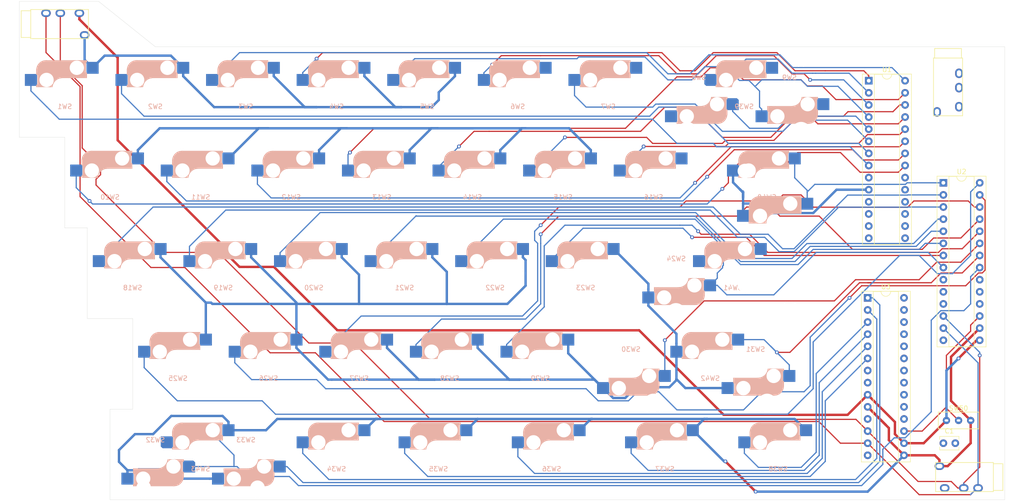
<source format=kicad_pcb>
(kicad_pcb (version 20171130) (host pcbnew 5.1.2-f72e74a~84~ubuntu18.04.1)
  (layers (0 F.Cu signal) (31 B.Cu signal) (34 B.Paste user) (35 F.Paste user) (36 B.SilkS user) (37 F.SilkS user) (38 B.Mask user) (39 F.Mask user) (44 Edge.Cuts user))
  (net 0 "")
  (net 1 GND)
  (net 2 VCC)
  (net 3 SDA)
  (net 4 SCK)
  (net 5 SW1)
  (net 6 SW2)
  (net 7 SW3)
  (net 8 SW4)
  (net 9 SW5)
  (net 10 SW6)
  (net 11 SW7)
  (net 12 SW8)
  (net 13 SW9)
  (net 14 SW10)
  (net 15 SW11)
  (net 16 SW12)
  (net 17 SW13)
  (net 18 SW14)
  (net 19 SW15)
  (net 20 SW16)
  (net 21 SW17)
  (net 22 SW18)
  (net 23 SW19)
  (net 24 SW20)
  (net 25 SW21)
  (net 26 SW22)
  (net 27 SW23)
  (net 28 SW24)
  (net 29 SW25)
  (net 30 SW26)
  (net 31 SW27)
  (net 32 SW28)
  (net 33 SW29)
  (net 34 SW30)
  (net 35 SW31)
  (net 36 SW32)
  (net 37 SW33)
  (net 38 SW34)
  (net 39 SW35)
  (net 40 SW36)
  (net 41 SW37)
  (net 42 SW38)
  (net 43 ADDR)
  (net 44 "Net-(U1-Pad14)")
  (net 45 "Net-(U1-Pad11)")
  (net 46 "Net-(U1-Pad20)")
  (net 47 "Net-(U1-Pad19)")
  (net 48 "Net-(U1-Pad18)")
  (net 49 "Net-(U2-Pad14)")
  (net 50 "Net-(U2-Pad11)")
  (net 51 "Net-(U2-Pad20)")
  (net 52 "Net-(U2-Pad19)")
  (net 53 "Net-(U2-Pad18)")
  (net 54 "Net-(U3-Pad28)")
  (net 55 "Net-(U3-Pad14)")
  (net 56 "Net-(U3-Pad27)")
  (net 57 "Net-(U3-Pad26)")
  (net 58 "Net-(U3-Pad25)")
  (net 59 "Net-(U3-Pad11)")
  (net 60 "Net-(U3-Pad24)")
  (net 61 "Net-(U3-Pad23)")
  (net 62 "Net-(U3-Pad22)")
  (net 63 "Net-(U3-Pad8)")
  (net 64 "Net-(U3-Pad21)")
  (net 65 "Net-(U3-Pad7)")
  (net 66 "Net-(U3-Pad20)")
  (net 67 "Net-(U3-Pad19)")
  (net 68 "Net-(U3-Pad18)")
  (module Package_DIP:DIP-28_W7.62mm_Socket (layer F.Cu) (at 215.9 97.79)
    (fp_text reference U3 (at 3.81 -2.33) (layer F.SilkS))
    (fp_text value MCP23017_SP)
    (pad 28 thru_hole oval (at 7.62 0) (size 1.6 1.6) (drill 0.8) (layers *.Cu *.Mask) (net 54 "Net-(U3-Pad28)"))
    (pad 14 thru_hole oval (at 0 33.02) (size 1.6 1.6) (drill 0.8) (layers *.Cu *.Mask) (net 55 "Net-(U3-Pad14)"))
    (pad 27 thru_hole oval (at 7.62 2.54) (size 1.6 1.6) (drill 0.8) (layers *.Cu *.Mask) (net 56 "Net-(U3-Pad27)"))
    (pad 13 thru_hole oval (at 0 30.48) (size 1.6 1.6) (drill 0.8) (layers *.Cu *.Mask) (net 3 SDA))
    (pad 26 thru_hole oval (at 7.62 5.08) (size 1.6 1.6) (drill 0.8) (layers *.Cu *.Mask) (net 57 "Net-(U3-Pad26)"))
    (pad 12 thru_hole oval (at 0 27.94) (size 1.6 1.6) (drill 0.8) (layers *.Cu *.Mask) (net 4 SCK))
    (pad 25 thru_hole oval (at 7.62 7.62) (size 1.6 1.6) (drill 0.8) (layers *.Cu *.Mask) (net 58 "Net-(U3-Pad25)"))
    (pad 11 thru_hole oval (at 0 25.4) (size 1.6 1.6) (drill 0.8) (layers *.Cu *.Mask) (net 59 "Net-(U3-Pad11)"))
    (pad 24 thru_hole oval (at 7.62 10.16) (size 1.6 1.6) (drill 0.8) (layers *.Cu *.Mask) (net 60 "Net-(U3-Pad24)"))
    (pad 10 thru_hole oval (at 0 22.86) (size 1.6 1.6) (drill 0.8) (layers *.Cu *.Mask) (net 1 GND))
    (pad 23 thru_hole oval (at 7.62 12.7) (size 1.6 1.6) (drill 0.8) (layers *.Cu *.Mask) (net 61 "Net-(U3-Pad23)"))
    (pad 9 thru_hole oval (at 0 20.32) (size 1.6 1.6) (drill 0.8) (layers *.Cu *.Mask) (net 2 VCC))
    (pad 22 thru_hole oval (at 7.62 15.24) (size 1.6 1.6) (drill 0.8) (layers *.Cu *.Mask) (net 62 "Net-(U3-Pad22)"))
    (pad 8 thru_hole oval (at 0 17.78) (size 1.6 1.6) (drill 0.8) (layers *.Cu *.Mask) (net 63 "Net-(U3-Pad8)"))
    (pad 21 thru_hole oval (at 7.62 17.78) (size 1.6 1.6) (drill 0.8) (layers *.Cu *.Mask) (net 64 "Net-(U3-Pad21)"))
    (pad 7 thru_hole oval (at 0 15.24) (size 1.6 1.6) (drill 0.8) (layers *.Cu *.Mask) (net 65 "Net-(U3-Pad7)"))
    (pad 20 thru_hole oval (at 7.62 20.32) (size 1.6 1.6) (drill 0.8) (layers *.Cu *.Mask) (net 66 "Net-(U3-Pad20)"))
    (pad 6 thru_hole oval (at 0 12.7) (size 1.6 1.6) (drill 0.8) (layers *.Cu *.Mask) (net 39 SW35))
    (pad 19 thru_hole oval (at 7.62 22.86) (size 1.6 1.6) (drill 0.8) (layers *.Cu *.Mask) (net 67 "Net-(U3-Pad19)"))
    (pad 5 thru_hole oval (at 0 10.16) (size 1.6 1.6) (drill 0.8) (layers *.Cu *.Mask) (net 40 SW36))
    (pad 18 thru_hole oval (at 7.62 25.4) (size 1.6 1.6) (drill 0.8) (layers *.Cu *.Mask) (net 68 "Net-(U3-Pad18)"))
    (pad 4 thru_hole oval (at 0 7.62) (size 1.6 1.6) (drill 0.8) (layers *.Cu *.Mask) (net 41 SW37))
    (pad 17 thru_hole oval (at 7.62 27.94) (size 1.6 1.6) (drill 0.8) (layers *.Cu *.Mask) (net 43 ADDR))
    (pad 3 thru_hole oval (at 0 5.08) (size 1.6 1.6) (drill 0.8) (layers *.Cu *.Mask) (net 42 SW38))
    (pad 16 thru_hole oval (at 7.62 30.48) (size 1.6 1.6) (drill 0.8) (layers *.Cu *.Mask) (net 2 VCC))
    (pad 2 thru_hole oval (at 0 2.54) (size 1.6 1.6) (drill 0.8) (layers *.Cu *.Mask) (net 38 SW34))
    (pad 15 thru_hole oval (at 7.62 33.02) (size 1.6 1.6) (drill 0.8) (layers *.Cu *.Mask) (net 1 GND))
    (pad 1 thru_hole rect (at 0 0) (size 1.6 1.6) (drill 0.8) (layers *.Cu *.Mask) (net 37 SW33))
  )
  (module Package_DIP:DIP-28_W7.62mm_Socket (layer F.Cu) (at 231.775 73.66)
    (fp_text reference U2 (at 3.81 -2.33) (layer F.SilkS))
    (fp_text value MCP23017_SP)
    (pad 28 thru_hole oval (at 7.62 0) (size 1.6 1.6) (drill 0.8) (layers *.Cu *.Mask) (net 29 SW25))
    (pad 14 thru_hole oval (at 0 33.02) (size 1.6 1.6) (drill 0.8) (layers *.Cu *.Mask) (net 49 "Net-(U2-Pad14)"))
    (pad 27 thru_hole oval (at 7.62 2.54) (size 1.6 1.6) (drill 0.8) (layers *.Cu *.Mask) (net 30 SW26))
    (pad 13 thru_hole oval (at 0 30.48) (size 1.6 1.6) (drill 0.8) (layers *.Cu *.Mask) (net 3 SDA))
    (pad 26 thru_hole oval (at 7.62 5.08) (size 1.6 1.6) (drill 0.8) (layers *.Cu *.Mask) (net 31 SW27))
    (pad 12 thru_hole oval (at 0 27.94) (size 1.6 1.6) (drill 0.8) (layers *.Cu *.Mask) (net 4 SCK))
    (pad 25 thru_hole oval (at 7.62 7.62) (size 1.6 1.6) (drill 0.8) (layers *.Cu *.Mask) (net 32 SW28))
    (pad 11 thru_hole oval (at 0 25.4) (size 1.6 1.6) (drill 0.8) (layers *.Cu *.Mask) (net 50 "Net-(U2-Pad11)"))
    (pad 24 thru_hole oval (at 7.62 10.16) (size 1.6 1.6) (drill 0.8) (layers *.Cu *.Mask) (net 33 SW29))
    (pad 10 thru_hole oval (at 0 22.86) (size 1.6 1.6) (drill 0.8) (layers *.Cu *.Mask) (net 1 GND))
    (pad 23 thru_hole oval (at 7.62 12.7) (size 1.6 1.6) (drill 0.8) (layers *.Cu *.Mask) (net 34 SW30))
    (pad 9 thru_hole oval (at 0 20.32) (size 1.6 1.6) (drill 0.8) (layers *.Cu *.Mask) (net 2 VCC))
    (pad 22 thru_hole oval (at 7.62 15.24) (size 1.6 1.6) (drill 0.8) (layers *.Cu *.Mask) (net 35 SW31))
    (pad 8 thru_hole oval (at 0 17.78) (size 1.6 1.6) (drill 0.8) (layers *.Cu *.Mask) (net 28 SW24))
    (pad 21 thru_hole oval (at 7.62 17.78) (size 1.6 1.6) (drill 0.8) (layers *.Cu *.Mask) (net 36 SW32))
    (pad 7 thru_hole oval (at 0 15.24) (size 1.6 1.6) (drill 0.8) (layers *.Cu *.Mask) (net 27 SW23))
    (pad 20 thru_hole oval (at 7.62 20.32) (size 1.6 1.6) (drill 0.8) (layers *.Cu *.Mask) (net 51 "Net-(U2-Pad20)"))
    (pad 6 thru_hole oval (at 0 12.7) (size 1.6 1.6) (drill 0.8) (layers *.Cu *.Mask) (net 26 SW22))
    (pad 19 thru_hole oval (at 7.62 22.86) (size 1.6 1.6) (drill 0.8) (layers *.Cu *.Mask) (net 52 "Net-(U2-Pad19)"))
    (pad 5 thru_hole oval (at 0 10.16) (size 1.6 1.6) (drill 0.8) (layers *.Cu *.Mask) (net 25 SW21))
    (pad 18 thru_hole oval (at 7.62 25.4) (size 1.6 1.6) (drill 0.8) (layers *.Cu *.Mask) (net 53 "Net-(U2-Pad18)"))
    (pad 4 thru_hole oval (at 0 7.62) (size 1.6 1.6) (drill 0.8) (layers *.Cu *.Mask) (net 24 SW20))
    (pad 17 thru_hole oval (at 7.62 27.94) (size 1.6 1.6) (drill 0.8) (layers *.Cu *.Mask) (net 43 ADDR))
    (pad 3 thru_hole oval (at 0 5.08) (size 1.6 1.6) (drill 0.8) (layers *.Cu *.Mask) (net 23 SW19))
    (pad 16 thru_hole oval (at 7.62 30.48) (size 1.6 1.6) (drill 0.8) (layers *.Cu *.Mask) (net 1 GND))
    (pad 2 thru_hole oval (at 0 2.54) (size 1.6 1.6) (drill 0.8) (layers *.Cu *.Mask) (net 22 SW18))
    (pad 15 thru_hole oval (at 7.62 33.02) (size 1.6 1.6) (drill 0.8) (layers *.Cu *.Mask) (net 2 VCC))
    (pad 1 thru_hole rect (at 0 0) (size 1.6 1.6) (drill 0.8) (layers *.Cu *.Mask) (net 21 SW17))
  )
  (module Package_DIP:DIP-28_W7.62mm_Socket (layer F.Cu) (at 216.125 52.25)
    (fp_text reference U1 (at 3.81 -2.33) (layer F.SilkS))
    (fp_text value MCP23017_SP)
    (pad 28 thru_hole oval (at 7.62 0) (size 1.6 1.6) (drill 0.8) (layers *.Cu *.Mask) (net 7 SW3))
    (pad 14 thru_hole oval (at 0 33.02) (size 1.6 1.6) (drill 0.8) (layers *.Cu *.Mask) (net 44 "Net-(U1-Pad14)"))
    (pad 27 thru_hole oval (at 7.62 2.54) (size 1.6 1.6) (drill 0.8) (layers *.Cu *.Mask) (net 17 SW13))
    (pad 13 thru_hole oval (at 0 30.48) (size 1.6 1.6) (drill 0.8) (layers *.Cu *.Mask) (net 3 SDA))
    (pad 26 thru_hole oval (at 7.62 5.08) (size 1.6 1.6) (drill 0.8) (layers *.Cu *.Mask) (net 18 SW14))
    (pad 12 thru_hole oval (at 0 27.94) (size 1.6 1.6) (drill 0.8) (layers *.Cu *.Mask) (net 4 SCK))
    (pad 25 thru_hole oval (at 7.62 7.62) (size 1.6 1.6) (drill 0.8) (layers *.Cu *.Mask) (net 19 SW15))
    (pad 11 thru_hole oval (at 0 25.4) (size 1.6 1.6) (drill 0.8) (layers *.Cu *.Mask) (net 45 "Net-(U1-Pad11)"))
    (pad 24 thru_hole oval (at 7.62 10.16) (size 1.6 1.6) (drill 0.8) (layers *.Cu *.Mask) (net 20 SW16))
    (pad 10 thru_hole oval (at 0 22.86) (size 1.6 1.6) (drill 0.8) (layers *.Cu *.Mask) (net 1 GND))
    (pad 23 thru_hole oval (at 7.62 12.7) (size 1.6 1.6) (drill 0.8) (layers *.Cu *.Mask) (net 16 SW12))
    (pad 9 thru_hole oval (at 0 20.32) (size 1.6 1.6) (drill 0.8) (layers *.Cu *.Mask) (net 2 VCC))
    (pad 22 thru_hole oval (at 7.62 15.24) (size 1.6 1.6) (drill 0.8) (layers *.Cu *.Mask) (net 15 SW11))
    (pad 8 thru_hole oval (at 0 17.78) (size 1.6 1.6) (drill 0.8) (layers *.Cu *.Mask) (net 5 SW1))
    (pad 21 thru_hole oval (at 7.62 17.78) (size 1.6 1.6) (drill 0.8) (layers *.Cu *.Mask) (net 14 SW10))
    (pad 7 thru_hole oval (at 0 15.24) (size 1.6 1.6) (drill 0.8) (layers *.Cu *.Mask) (net 6 SW2))
    (pad 20 thru_hole oval (at 7.62 20.32) (size 1.6 1.6) (drill 0.8) (layers *.Cu *.Mask) (net 46 "Net-(U1-Pad20)"))
    (pad 6 thru_hole oval (at 0 12.7) (size 1.6 1.6) (drill 0.8) (layers *.Cu *.Mask) (net 11 SW7))
    (pad 19 thru_hole oval (at 7.62 22.86) (size 1.6 1.6) (drill 0.8) (layers *.Cu *.Mask) (net 47 "Net-(U1-Pad19)"))
    (pad 5 thru_hole oval (at 0 10.16) (size 1.6 1.6) (drill 0.8) (layers *.Cu *.Mask) (net 12 SW8))
    (pad 18 thru_hole oval (at 7.62 25.4) (size 1.6 1.6) (drill 0.8) (layers *.Cu *.Mask) (net 48 "Net-(U1-Pad18)"))
    (pad 4 thru_hole oval (at 0 7.62) (size 1.6 1.6) (drill 0.8) (layers *.Cu *.Mask) (net 13 SW9))
    (pad 17 thru_hole oval (at 7.62 27.94) (size 1.6 1.6) (drill 0.8) (layers *.Cu *.Mask) (net 43 ADDR))
    (pad 3 thru_hole oval (at 0 5.08) (size 1.6 1.6) (drill 0.8) (layers *.Cu *.Mask) (net 10 SW6))
    (pad 16 thru_hole oval (at 7.62 30.48) (size 1.6 1.6) (drill 0.8) (layers *.Cu *.Mask) (net 1 GND))
    (pad 2 thru_hole oval (at 0 2.54) (size 1.6 1.6) (drill 0.8) (layers *.Cu *.Mask) (net 9 SW5))
    (pad 15 thru_hole oval (at 7.62 33.02) (size 1.6 1.6) (drill 0.8) (layers *.Cu *.Mask) (net 1 GND))
    (pad 1 thru_hole rect (at 0 0) (size 1.6 1.6) (drill 0.8) (layers *.Cu *.Mask) (net 8 SW4))
  )
  (module lib:SlideSwitch_SS-12D00 (layer F.Cu) (at 234.96 123.5)
    (fp_text reference SW50 (at 0 -2.54) (layer F.SilkS))
    (fp_text value SW_SPDT)
    (pad 3 thru_hole circle (at 2.54 0) (size 1.524 1.524) (drill oval 0.8 0.5) (layers *.Cu *.Mask) (net 1 GND))
    (pad 2 thru_hole circle (at 0 0) (size 1.524 1.524) (drill oval 0.8 0.5) (layers *.Cu *.Mask) (net 43 ADDR))
    (pad 1 thru_hole circle (at -2.54 0) (size 1.524 1.524) (drill oval 0.8 0.5) (layers *.Cu *.Mask) (net 2 VCC))
  )
  (module MX_Socket:MXOnly-2U-Hotswap-ReversedStabilizers (layer F.Cu) (at 76 130.625)
    (fp_text reference SW43)
    (fp_text value SW_Push)
    (fp_text user %R (at 0 3.048) (layer B.SilkS) (effects (justify mirror)))
    (pad "" np_thru_hole circle (at -11.938 -8.255) (size 3.9878 3.9878) (drill 3.9878) (layers *.Cu *.Mask))
    (pad "" np_thru_hole circle (at 11.938 -8.255) (size 3.9878 3.9878) (drill 3.9878) (layers *.Cu *.Mask))
    (pad "" np_thru_hole circle (at -11.938 6.985) (size 3.048 3.048) (drill 3.048) (layers *.Cu *.Mask))
    (pad "" np_thru_hole circle (at 11.938 6.985) (size 3.048 3.048) (drill 3.048) (layers *.Cu *.Mask))
    (pad 2 smd rect (at 5.842 -5.08) (size 2.55 2.5) (layers B.Cu B.Paste B.Mask) (net 1 GND))
    (pad 1 smd rect (at -7.085 -2.54) (size 2.55 2.5) (layers B.Cu B.Paste B.Mask) (net 36 SW32))
    (pad "" np_thru_hole circle (at 5.08 0 48.0996) (size 1.75 1.75) (drill 1.75) (layers *.Cu *.Mask))
    (pad "" np_thru_hole circle (at -5.08 0 48.0996) (size 1.75 1.75) (drill 1.75) (layers *.Cu *.Mask))
    (pad "" np_thru_hole circle (at -3.81 -2.54) (size 3 3) (drill 3) (layers *.Cu *.Mask))
    (pad "" np_thru_hole circle (at 0 0) (size 3.9878 3.9878) (drill 3.9878) (layers *.Cu *.Mask))
    (pad "" np_thru_hole circle (at 2.54 -5.08) (size 3 3) (drill 3) (layers *.Cu *.Mask))
  )
  (module MX_Socket:MXOnly-2.75U-Hotswap (layer F.Cu) (at 182.875 111.625)
    (fp_text reference SW42)
    (fp_text value SW_Push)
    (fp_text user %R (at 0 3.048) (layer B.SilkS) (effects (justify mirror)))
    (pad "" np_thru_hole circle (at -11.938 8.255) (size 3.9878 3.9878) (drill 3.9878) (layers *.Cu *.Mask))
    (pad "" np_thru_hole circle (at 11.938 8.255) (size 3.9878 3.9878) (drill 3.9878) (layers *.Cu *.Mask))
    (pad "" np_thru_hole circle (at -11.938 -6.985) (size 3.048 3.048) (drill 3.048) (layers *.Cu *.Mask))
    (pad "" np_thru_hole circle (at 11.938 -6.985) (size 3.048 3.048) (drill 3.048) (layers *.Cu *.Mask))
    (pad 2 smd rect (at 5.842 -5.08) (size 2.55 2.5) (layers B.Cu B.Paste B.Mask) (net 35 SW31))
    (pad 1 smd rect (at -7.085 -2.54) (size 2.55 2.5) (layers B.Cu B.Paste B.Mask) (net 1 GND))
    (pad "" np_thru_hole circle (at 5.08 0 48.0996) (size 1.75 1.75) (drill 1.75) (layers *.Cu *.Mask))
    (pad "" np_thru_hole circle (at -5.08 0 48.0996) (size 1.75 1.75) (drill 1.75) (layers *.Cu *.Mask))
    (pad "" np_thru_hole circle (at -3.81 -2.54) (size 3 3) (drill 3) (layers *.Cu *.Mask))
    (pad "" np_thru_hole circle (at 0 0) (size 3.9878 3.9878) (drill 3.9878) (layers *.Cu *.Mask))
    (pad "" np_thru_hole circle (at 2.54 -5.08) (size 3 3) (drill 3) (layers *.Cu *.Mask))
  )
  (module MX_Socket:MXOnly-2.25U-Hotswap (layer F.Cu) (at 187.625 92.625)
    (fp_text reference SW41)
    (fp_text value SW_Push)
    (fp_text user %R (at 0 3.048) (layer B.SilkS) (effects (justify mirror)))
    (pad "" np_thru_hole circle (at -11.938 8.255) (size 3.9878 3.9878) (drill 3.9878) (layers *.Cu *.Mask))
    (pad "" np_thru_hole circle (at 11.938 8.255) (size 3.9878 3.9878) (drill 3.9878) (layers *.Cu *.Mask))
    (pad "" np_thru_hole circle (at -11.938 -6.985) (size 3.048 3.048) (drill 3.048) (layers *.Cu *.Mask))
    (pad "" np_thru_hole circle (at 11.938 -6.985) (size 3.048 3.048) (drill 3.048) (layers *.Cu *.Mask))
    (pad 2 smd rect (at 5.842 -5.08) (size 2.55 2.5) (layers B.Cu B.Paste B.Mask) (net 1 GND))
    (pad 1 smd rect (at -7.085 -2.54) (size 2.55 2.5) (layers B.Cu B.Paste B.Mask) (net 28 SW24))
    (pad "" np_thru_hole circle (at 5.08 0 48.0996) (size 1.75 1.75) (drill 1.75) (layers *.Cu *.Mask))
    (pad "" np_thru_hole circle (at -5.08 0 48.0996) (size 1.75 1.75) (drill 1.75) (layers *.Cu *.Mask))
    (pad "" np_thru_hole circle (at -3.81 -2.54) (size 3 3) (drill 3) (layers *.Cu *.Mask))
    (pad "" np_thru_hole circle (at 0 0) (size 3.9878 3.9878) (drill 3.9878) (layers *.Cu *.Mask))
    (pad "" np_thru_hole circle (at 2.54 -5.08) (size 3 3) (drill 3) (layers *.Cu *.Mask))
  )
  (module MX_Socket:MXOnly-1.5U-Hotswap (layer F.Cu) (at 194.75 73.625)
    (fp_text reference SW40)
    (fp_text value SW_Push)
    (fp_text user %R (at 0 3.048) (layer B.SilkS) (effects (justify mirror)))
    (pad 2 smd rect (at 5.842 -5.08) (size 2.55 2.5) (layers B.Cu B.Paste B.Mask) (net 21 SW17))
    (pad 1 smd rect (at -7.085 -2.54) (size 2.55 2.5) (layers B.Cu B.Paste B.Mask) (net 1 GND))
    (pad "" np_thru_hole circle (at 5.08 0 48.0996) (size 1.75 1.75) (drill 1.75) (layers *.Cu *.Mask))
    (pad "" np_thru_hole circle (at -5.08 0 48.0996) (size 1.75 1.75) (drill 1.75) (layers *.Cu *.Mask))
    (pad "" np_thru_hole circle (at -3.81 -2.54) (size 3 3) (drill 3) (layers *.Cu *.Mask))
    (pad "" np_thru_hole circle (at 0 0) (size 3.9878 3.9878) (drill 3.9878) (layers *.Cu *.Mask))
    (pad "" np_thru_hole circle (at 2.54 -5.08) (size 3 3) (drill 3) (layers *.Cu *.Mask))
  )
  (module MX_Socket:MXOnly-2U-Hotswap (layer F.Cu) (at 190 54.625)
    (fp_text reference SW39)
    (fp_text value SW_Push)
    (fp_text user %R (at 0 3.048) (layer B.SilkS) (effects (justify mirror)))
    (pad "" np_thru_hole circle (at -11.938 8.255) (size 3.9878 3.9878) (drill 3.9878) (layers *.Cu *.Mask))
    (pad "" np_thru_hole circle (at 11.938 8.255) (size 3.9878 3.9878) (drill 3.9878) (layers *.Cu *.Mask))
    (pad "" np_thru_hole circle (at -11.938 -6.985) (size 3.048 3.048) (drill 3.048) (layers *.Cu *.Mask))
    (pad "" np_thru_hole circle (at 11.938 -6.985) (size 3.048 3.048) (drill 3.048) (layers *.Cu *.Mask))
    (pad 2 smd rect (at 5.842 -5.08) (size 2.55 2.5) (layers B.Cu B.Paste B.Mask) (net 1 GND))
    (pad 1 smd rect (at -7.085 -2.54) (size 2.55 2.5) (layers B.Cu B.Paste B.Mask) (net 13 SW9))
    (pad "" np_thru_hole circle (at 5.08 0 48.0996) (size 1.75 1.75) (drill 1.75) (layers *.Cu *.Mask))
    (pad "" np_thru_hole circle (at -5.08 0 48.0996) (size 1.75 1.75) (drill 1.75) (layers *.Cu *.Mask))
    (pad "" np_thru_hole circle (at -3.81 -2.54) (size 3 3) (drill 3) (layers *.Cu *.Mask))
    (pad "" np_thru_hole circle (at 0 0) (size 3.9878 3.9878) (drill 3.9878) (layers *.Cu *.Mask))
    (pad "" np_thru_hole circle (at 2.54 -5.08) (size 3 3) (drill 3) (layers *.Cu *.Mask))
  )
  (module MX_Socket:MXOnly-1.25U-Hotswap (layer F.Cu) (at 197.125 130.625)
    (fp_text reference SW38)
    (fp_text value SW_Push)
    (fp_text user %R (at 0 3.048) (layer B.SilkS) (effects (justify mirror)))
    (pad 2 smd rect (at 5.842 -5.08) (size 2.55 2.5) (layers B.Cu B.Paste B.Mask) (net 1 GND))
    (pad 1 smd rect (at -7.085 -2.54) (size 2.55 2.5) (layers B.Cu B.Paste B.Mask) (net 42 SW38))
    (pad "" np_thru_hole circle (at 5.08 0 48.0996) (size 1.75 1.75) (drill 1.75) (layers *.Cu *.Mask))
    (pad "" np_thru_hole circle (at -5.08 0 48.0996) (size 1.75 1.75) (drill 1.75) (layers *.Cu *.Mask))
    (pad "" np_thru_hole circle (at -3.81 -2.54) (size 3 3) (drill 3) (layers *.Cu *.Mask))
    (pad "" np_thru_hole circle (at 0 0) (size 3.9878 3.9878) (drill 3.9878) (layers *.Cu *.Mask))
    (pad "" np_thru_hole circle (at 2.54 -5.08) (size 3 3) (drill 3) (layers *.Cu *.Mask))
  )
  (module MX_Socket:MXOnly-1.25U-Hotswap (layer F.Cu) (at 173.375 130.625)
    (fp_text reference SW37)
    (fp_text value SW_Push)
    (fp_text user %R (at 0 3.048) (layer B.SilkS) (effects (justify mirror)))
    (pad 2 smd rect (at 5.842 -5.08) (size 2.55 2.5) (layers B.Cu B.Paste B.Mask) (net 1 GND))
    (pad 1 smd rect (at -7.085 -2.54) (size 2.55 2.5) (layers B.Cu B.Paste B.Mask) (net 41 SW37))
    (pad "" np_thru_hole circle (at 5.08 0 48.0996) (size 1.75 1.75) (drill 1.75) (layers *.Cu *.Mask))
    (pad "" np_thru_hole circle (at -5.08 0 48.0996) (size 1.75 1.75) (drill 1.75) (layers *.Cu *.Mask))
    (pad "" np_thru_hole circle (at -3.81 -2.54) (size 3 3) (drill 3) (layers *.Cu *.Mask))
    (pad "" np_thru_hole circle (at 0 0) (size 3.9878 3.9878) (drill 3.9878) (layers *.Cu *.Mask))
    (pad "" np_thru_hole circle (at 2.54 -5.08) (size 3 3) (drill 3) (layers *.Cu *.Mask))
  )
  (module MX_Socket:MXOnly-1.25U-Hotswap (layer F.Cu) (at 149.625 130.625)
    (fp_text reference SW36)
    (fp_text value SW_Push)
    (fp_text user %R (at 0 3.048) (layer B.SilkS) (effects (justify mirror)))
    (pad 2 smd rect (at 5.842 -5.08) (size 2.55 2.5) (layers B.Cu B.Paste B.Mask) (net 1 GND))
    (pad 1 smd rect (at -7.085 -2.54) (size 2.55 2.5) (layers B.Cu B.Paste B.Mask) (net 40 SW36))
    (pad "" np_thru_hole circle (at 5.08 0 48.0996) (size 1.75 1.75) (drill 1.75) (layers *.Cu *.Mask))
    (pad "" np_thru_hole circle (at -5.08 0 48.0996) (size 1.75 1.75) (drill 1.75) (layers *.Cu *.Mask))
    (pad "" np_thru_hole circle (at -3.81 -2.54) (size 3 3) (drill 3) (layers *.Cu *.Mask))
    (pad "" np_thru_hole circle (at 0 0) (size 3.9878 3.9878) (drill 3.9878) (layers *.Cu *.Mask))
    (pad "" np_thru_hole circle (at 2.54 -5.08) (size 3 3) (drill 3) (layers *.Cu *.Mask))
  )
  (module MX_Socket:MXOnly-1.25U-Hotswap (layer F.Cu) (at 125.875 130.625)
    (fp_text reference SW35)
    (fp_text value SW_Push)
    (fp_text user %R (at 0 3.048) (layer B.SilkS) (effects (justify mirror)))
    (pad 2 smd rect (at 5.842 -5.08) (size 2.55 2.5) (layers B.Cu B.Paste B.Mask) (net 1 GND))
    (pad 1 smd rect (at -7.085 -2.54) (size 2.55 2.5) (layers B.Cu B.Paste B.Mask) (net 39 SW35))
    (pad "" np_thru_hole circle (at 5.08 0 48.0996) (size 1.75 1.75) (drill 1.75) (layers *.Cu *.Mask))
    (pad "" np_thru_hole circle (at -5.08 0 48.0996) (size 1.75 1.75) (drill 1.75) (layers *.Cu *.Mask))
    (pad "" np_thru_hole circle (at -3.81 -2.54) (size 3 3) (drill 3) (layers *.Cu *.Mask))
    (pad "" np_thru_hole circle (at 0 0) (size 3.9878 3.9878) (drill 3.9878) (layers *.Cu *.Mask))
    (pad "" np_thru_hole circle (at 2.54 -5.08) (size 3 3) (drill 3) (layers *.Cu *.Mask))
  )
  (module MX_Socket:MXOnly-1U-Hotswap (layer F.Cu) (at 104.5 130.625)
    (fp_text reference SW34)
    (fp_text value SW_Push)
    (fp_text user %R (at 0 3.048) (layer B.SilkS) (effects (justify mirror)))
    (pad 2 smd rect (at 5.842 -5.08) (size 2.55 2.5) (layers B.Cu B.Paste B.Mask) (net 1 GND))
    (pad 1 smd rect (at -7.085 -2.54) (size 2.55 2.5) (layers B.Cu B.Paste B.Mask) (net 38 SW34))
    (pad "" np_thru_hole circle (at 5.08 0 48.0996) (size 1.75 1.75) (drill 1.75) (layers *.Cu *.Mask))
    (pad "" np_thru_hole circle (at -5.08 0 48.0996) (size 1.75 1.75) (drill 1.75) (layers *.Cu *.Mask))
    (pad "" np_thru_hole circle (at -3.81 -2.54) (size 3 3) (drill 3) (layers *.Cu *.Mask))
    (pad "" np_thru_hole circle (at 0 0) (size 3.9878 3.9878) (drill 3.9878) (layers *.Cu *.Mask))
    (pad "" np_thru_hole circle (at 2.54 -5.08) (size 3 3) (drill 3) (layers *.Cu *.Mask))
  )
  (module MX_Socket:MXOnly-1U-Hotswap (layer F.Cu) (at 85.5 130.625 180)
    (fp_text reference SW33)
    (fp_text value SW_Push)
    (fp_text user %R (at 0 3.048) (layer B.SilkS) (effects (justify mirror)))
    (pad 2 smd rect (at 5.842 -5.08 180) (size 2.55 2.5) (layers B.Cu B.Paste B.Mask) (net 1 GND))
    (pad 1 smd rect (at -7.085 -2.54 180) (size 2.55 2.5) (layers B.Cu B.Paste B.Mask) (net 37 SW33))
    (pad "" np_thru_hole circle (at 5.08 0 228.0996) (size 1.75 1.75) (drill 1.75) (layers *.Cu *.Mask))
    (pad "" np_thru_hole circle (at -5.08 0 228.0996) (size 1.75 1.75) (drill 1.75) (layers *.Cu *.Mask))
    (pad "" np_thru_hole circle (at -3.81 -2.54 180) (size 3 3) (drill 3) (layers *.Cu *.Mask))
    (pad "" np_thru_hole circle (at 0 0 180) (size 3.9878 3.9878) (drill 3.9878) (layers *.Cu *.Mask))
    (pad "" np_thru_hole circle (at 2.54 -5.08 180) (size 3 3) (drill 3) (layers *.Cu *.Mask))
  )
  (module MX_Socket:MXOnly-1U-Hotswap (layer F.Cu) (at 66.5 130.625 180)
    (fp_text reference SW32)
    (fp_text value SW_Push)
    (fp_text user %R (at 0 3.048) (layer B.SilkS) (effects (justify mirror)))
    (pad 2 smd rect (at 5.842 -5.08 180) (size 2.55 2.5) (layers B.Cu B.Paste B.Mask) (net 1 GND))
    (pad 1 smd rect (at -7.085 -2.54 180) (size 2.55 2.5) (layers B.Cu B.Paste B.Mask) (net 36 SW32))
    (pad "" np_thru_hole circle (at 5.08 0 228.0996) (size 1.75 1.75) (drill 1.75) (layers *.Cu *.Mask))
    (pad "" np_thru_hole circle (at -5.08 0 228.0996) (size 1.75 1.75) (drill 1.75) (layers *.Cu *.Mask))
    (pad "" np_thru_hole circle (at -3.81 -2.54 180) (size 3 3) (drill 3) (layers *.Cu *.Mask))
    (pad "" np_thru_hole circle (at 0 0 180) (size 3.9878 3.9878) (drill 3.9878) (layers *.Cu *.Mask))
    (pad "" np_thru_hole circle (at 2.54 -5.08 180) (size 3 3) (drill 3) (layers *.Cu *.Mask))
  )
  (module MX_Socket:MXOnly-1.75U-Hotswap (layer F.Cu) (at 192.375 111.625 180)
    (fp_text reference SW31)
    (fp_text value SW_Push)
    (fp_text user %R (at 0 3.048) (layer B.SilkS) (effects (justify mirror)))
    (pad 2 smd rect (at 5.842 -5.08 180) (size 2.55 2.5) (layers B.Cu B.Paste B.Mask) (net 1 GND))
    (pad 1 smd rect (at -7.085 -2.54 180) (size 2.55 2.5) (layers B.Cu B.Paste B.Mask) (net 35 SW31))
    (pad "" np_thru_hole circle (at 5.08 0 228.0996) (size 1.75 1.75) (drill 1.75) (layers *.Cu *.Mask))
    (pad "" np_thru_hole circle (at -5.08 0 228.0996) (size 1.75 1.75) (drill 1.75) (layers *.Cu *.Mask))
    (pad "" np_thru_hole circle (at -3.81 -2.54 180) (size 3 3) (drill 3) (layers *.Cu *.Mask))
    (pad "" np_thru_hole circle (at 0 0 180) (size 3.9878 3.9878) (drill 3.9878) (layers *.Cu *.Mask))
    (pad "" np_thru_hole circle (at 2.54 -5.08 180) (size 3 3) (drill 3) (layers *.Cu *.Mask))
  )
  (module MX_Socket:MXOnly-1U-Hotswap (layer F.Cu) (at 166.25 111.625 180)
    (fp_text reference SW30)
    (fp_text value SW_Push)
    (fp_text user %R (at 0 3.048) (layer B.SilkS) (effects (justify mirror)))
    (pad 2 smd rect (at 5.842 -5.08 180) (size 2.55 2.5) (layers B.Cu B.Paste B.Mask) (net 1 GND))
    (pad 1 smd rect (at -7.085 -2.54 180) (size 2.55 2.5) (layers B.Cu B.Paste B.Mask) (net 34 SW30))
    (pad "" np_thru_hole circle (at 5.08 0 228.0996) (size 1.75 1.75) (drill 1.75) (layers *.Cu *.Mask))
    (pad "" np_thru_hole circle (at -5.08 0 228.0996) (size 1.75 1.75) (drill 1.75) (layers *.Cu *.Mask))
    (pad "" np_thru_hole circle (at -3.81 -2.54 180) (size 3 3) (drill 3) (layers *.Cu *.Mask))
    (pad "" np_thru_hole circle (at 0 0 180) (size 3.9878 3.9878) (drill 3.9878) (layers *.Cu *.Mask))
    (pad "" np_thru_hole circle (at 2.54 -5.08 180) (size 3 3) (drill 3) (layers *.Cu *.Mask))
  )
  (module MX_Socket:MXOnly-1U-Hotswap (layer F.Cu) (at 147.25 111.625)
    (fp_text reference SW29)
    (fp_text value SW_Push)
    (fp_text user %R (at 0 3.048) (layer B.SilkS) (effects (justify mirror)))
    (pad 2 smd rect (at 5.842 -5.08) (size 2.55 2.5) (layers B.Cu B.Paste B.Mask) (net 1 GND))
    (pad 1 smd rect (at -7.085 -2.54) (size 2.55 2.5) (layers B.Cu B.Paste B.Mask) (net 33 SW29))
    (pad "" np_thru_hole circle (at 5.08 0 48.0996) (size 1.75 1.75) (drill 1.75) (layers *.Cu *.Mask))
    (pad "" np_thru_hole circle (at -5.08 0 48.0996) (size 1.75 1.75) (drill 1.75) (layers *.Cu *.Mask))
    (pad "" np_thru_hole circle (at -3.81 -2.54) (size 3 3) (drill 3) (layers *.Cu *.Mask))
    (pad "" np_thru_hole circle (at 0 0) (size 3.9878 3.9878) (drill 3.9878) (layers *.Cu *.Mask))
    (pad "" np_thru_hole circle (at 2.54 -5.08) (size 3 3) (drill 3) (layers *.Cu *.Mask))
  )
  (module MX_Socket:MXOnly-1U-Hotswap (layer F.Cu) (at 128.25 111.625)
    (fp_text reference SW28)
    (fp_text value SW_Push)
    (fp_text user %R (at 0 3.048) (layer B.SilkS) (effects (justify mirror)))
    (pad 2 smd rect (at 5.842 -5.08) (size 2.55 2.5) (layers B.Cu B.Paste B.Mask) (net 1 GND))
    (pad 1 smd rect (at -7.085 -2.54) (size 2.55 2.5) (layers B.Cu B.Paste B.Mask) (net 32 SW28))
    (pad "" np_thru_hole circle (at 5.08 0 48.0996) (size 1.75 1.75) (drill 1.75) (layers *.Cu *.Mask))
    (pad "" np_thru_hole circle (at -5.08 0 48.0996) (size 1.75 1.75) (drill 1.75) (layers *.Cu *.Mask))
    (pad "" np_thru_hole circle (at -3.81 -2.54) (size 3 3) (drill 3) (layers *.Cu *.Mask))
    (pad "" np_thru_hole circle (at 0 0) (size 3.9878 3.9878) (drill 3.9878) (layers *.Cu *.Mask))
    (pad "" np_thru_hole circle (at 2.54 -5.08) (size 3 3) (drill 3) (layers *.Cu *.Mask))
  )
  (module MX_Socket:MXOnly-1U-Hotswap (layer F.Cu) (at 109.25 111.625)
    (fp_text reference SW27)
    (fp_text value SW_Push)
    (fp_text user %R (at 0 3.048) (layer B.SilkS) (effects (justify mirror)))
    (pad 2 smd rect (at 5.842 -5.08) (size 2.55 2.5) (layers B.Cu B.Paste B.Mask) (net 1 GND))
    (pad 1 smd rect (at -7.085 -2.54) (size 2.55 2.5) (layers B.Cu B.Paste B.Mask) (net 31 SW27))
    (pad "" np_thru_hole circle (at 5.08 0 48.0996) (size 1.75 1.75) (drill 1.75) (layers *.Cu *.Mask))
    (pad "" np_thru_hole circle (at -5.08 0 48.0996) (size 1.75 1.75) (drill 1.75) (layers *.Cu *.Mask))
    (pad "" np_thru_hole circle (at -3.81 -2.54) (size 3 3) (drill 3) (layers *.Cu *.Mask))
    (pad "" np_thru_hole circle (at 0 0) (size 3.9878 3.9878) (drill 3.9878) (layers *.Cu *.Mask))
    (pad "" np_thru_hole circle (at 2.54 -5.08) (size 3 3) (drill 3) (layers *.Cu *.Mask))
  )
  (module MX_Socket:MXOnly-1U-Hotswap (layer F.Cu) (at 90.25 111.625)
    (fp_text reference SW26)
    (fp_text value SW_Push)
    (fp_text user %R (at 0 3.048) (layer B.SilkS) (effects (justify mirror)))
    (pad 2 smd rect (at 5.842 -5.08) (size 2.55 2.5) (layers B.Cu B.Paste B.Mask) (net 1 GND))
    (pad 1 smd rect (at -7.085 -2.54) (size 2.55 2.5) (layers B.Cu B.Paste B.Mask) (net 30 SW26))
    (pad "" np_thru_hole circle (at 5.08 0 48.0996) (size 1.75 1.75) (drill 1.75) (layers *.Cu *.Mask))
    (pad "" np_thru_hole circle (at -5.08 0 48.0996) (size 1.75 1.75) (drill 1.75) (layers *.Cu *.Mask))
    (pad "" np_thru_hole circle (at -3.81 -2.54) (size 3 3) (drill 3) (layers *.Cu *.Mask))
    (pad "" np_thru_hole circle (at 0 0) (size 3.9878 3.9878) (drill 3.9878) (layers *.Cu *.Mask))
    (pad "" np_thru_hole circle (at 2.54 -5.08) (size 3 3) (drill 3) (layers *.Cu *.Mask))
  )
  (module MX_Socket:MXOnly-1U-Hotswap (layer F.Cu) (at 71.25 111.625)
    (fp_text reference SW25)
    (fp_text value SW_Push)
    (fp_text user %R (at 0 3.048) (layer B.SilkS) (effects (justify mirror)))
    (pad 2 smd rect (at 5.842 -5.08) (size 2.55 2.5) (layers B.Cu B.Paste B.Mask) (net 1 GND))
    (pad 1 smd rect (at -7.085 -2.54) (size 2.55 2.5) (layers B.Cu B.Paste B.Mask) (net 29 SW25))
    (pad "" np_thru_hole circle (at 5.08 0 48.0996) (size 1.75 1.75) (drill 1.75) (layers *.Cu *.Mask))
    (pad "" np_thru_hole circle (at -5.08 0 48.0996) (size 1.75 1.75) (drill 1.75) (layers *.Cu *.Mask))
    (pad "" np_thru_hole circle (at -3.81 -2.54) (size 3 3) (drill 3) (layers *.Cu *.Mask))
    (pad "" np_thru_hole circle (at 0 0) (size 3.9878 3.9878) (drill 3.9878) (layers *.Cu *.Mask))
    (pad "" np_thru_hole circle (at 2.54 -5.08) (size 3 3) (drill 3) (layers *.Cu *.Mask))
  )
  (module MX_Socket:MXOnly-1U-Hotswap (layer F.Cu) (at 175.75 92.625 180)
    (fp_text reference SW24)
    (fp_text value SW_Push)
    (fp_text user %R (at 0 3.048) (layer B.SilkS) (effects (justify mirror)))
    (pad 2 smd rect (at 5.842 -5.08 180) (size 2.55 2.5) (layers B.Cu B.Paste B.Mask) (net 1 GND))
    (pad 1 smd rect (at -7.085 -2.54 180) (size 2.55 2.5) (layers B.Cu B.Paste B.Mask) (net 28 SW24))
    (pad "" np_thru_hole circle (at 5.08 0 228.0996) (size 1.75 1.75) (drill 1.75) (layers *.Cu *.Mask))
    (pad "" np_thru_hole circle (at -5.08 0 228.0996) (size 1.75 1.75) (drill 1.75) (layers *.Cu *.Mask))
    (pad "" np_thru_hole circle (at -3.81 -2.54 180) (size 3 3) (drill 3) (layers *.Cu *.Mask))
    (pad "" np_thru_hole circle (at 0 0 180) (size 3.9878 3.9878) (drill 3.9878) (layers *.Cu *.Mask))
    (pad "" np_thru_hole circle (at 2.54 -5.08 180) (size 3 3) (drill 3) (layers *.Cu *.Mask))
  )
  (module MX_Socket:MXOnly-1U-Hotswap (layer F.Cu) (at 156.75 92.625)
    (fp_text reference SW23)
    (fp_text value SW_Push)
    (fp_text user %R (at 0 3.048) (layer B.SilkS) (effects (justify mirror)))
    (pad 2 smd rect (at 5.842 -5.08) (size 2.55 2.5) (layers B.Cu B.Paste B.Mask) (net 1 GND))
    (pad 1 smd rect (at -7.085 -2.54) (size 2.55 2.5) (layers B.Cu B.Paste B.Mask) (net 27 SW23))
    (pad "" np_thru_hole circle (at 5.08 0 48.0996) (size 1.75 1.75) (drill 1.75) (layers *.Cu *.Mask))
    (pad "" np_thru_hole circle (at -5.08 0 48.0996) (size 1.75 1.75) (drill 1.75) (layers *.Cu *.Mask))
    (pad "" np_thru_hole circle (at -3.81 -2.54) (size 3 3) (drill 3) (layers *.Cu *.Mask))
    (pad "" np_thru_hole circle (at 0 0) (size 3.9878 3.9878) (drill 3.9878) (layers *.Cu *.Mask))
    (pad "" np_thru_hole circle (at 2.54 -5.08) (size 3 3) (drill 3) (layers *.Cu *.Mask))
  )
  (module MX_Socket:MXOnly-1U-Hotswap (layer F.Cu) (at 137.75 92.625)
    (fp_text reference SW22)
    (fp_text value SW_Push)
    (fp_text user %R (at 0 3.048) (layer B.SilkS) (effects (justify mirror)))
    (pad 2 smd rect (at 5.842 -5.08) (size 2.55 2.5) (layers B.Cu B.Paste B.Mask) (net 1 GND))
    (pad 1 smd rect (at -7.085 -2.54) (size 2.55 2.5) (layers B.Cu B.Paste B.Mask) (net 26 SW22))
    (pad "" np_thru_hole circle (at 5.08 0 48.0996) (size 1.75 1.75) (drill 1.75) (layers *.Cu *.Mask))
    (pad "" np_thru_hole circle (at -5.08 0 48.0996) (size 1.75 1.75) (drill 1.75) (layers *.Cu *.Mask))
    (pad "" np_thru_hole circle (at -3.81 -2.54) (size 3 3) (drill 3) (layers *.Cu *.Mask))
    (pad "" np_thru_hole circle (at 0 0) (size 3.9878 3.9878) (drill 3.9878) (layers *.Cu *.Mask))
    (pad "" np_thru_hole circle (at 2.54 -5.08) (size 3 3) (drill 3) (layers *.Cu *.Mask))
  )
  (module MX_Socket:MXOnly-1U-Hotswap (layer F.Cu) (at 118.75 92.625)
    (fp_text reference SW21)
    (fp_text value SW_Push)
    (fp_text user %R (at 0 3.048) (layer B.SilkS) (effects (justify mirror)))
    (pad 2 smd rect (at 5.842 -5.08) (size 2.55 2.5) (layers B.Cu B.Paste B.Mask) (net 1 GND))
    (pad 1 smd rect (at -7.085 -2.54) (size 2.55 2.5) (layers B.Cu B.Paste B.Mask) (net 25 SW21))
    (pad "" np_thru_hole circle (at 5.08 0 48.0996) (size 1.75 1.75) (drill 1.75) (layers *.Cu *.Mask))
    (pad "" np_thru_hole circle (at -5.08 0 48.0996) (size 1.75 1.75) (drill 1.75) (layers *.Cu *.Mask))
    (pad "" np_thru_hole circle (at -3.81 -2.54) (size 3 3) (drill 3) (layers *.Cu *.Mask))
    (pad "" np_thru_hole circle (at 0 0) (size 3.9878 3.9878) (drill 3.9878) (layers *.Cu *.Mask))
    (pad "" np_thru_hole circle (at 2.54 -5.08) (size 3 3) (drill 3) (layers *.Cu *.Mask))
  )
  (module MX_Socket:MXOnly-1U-Hotswap (layer F.Cu) (at 99.75 92.625)
    (fp_text reference SW20)
    (fp_text value SW_Push)
    (fp_text user %R (at 0 3.048) (layer B.SilkS) (effects (justify mirror)))
    (pad 2 smd rect (at 5.842 -5.08) (size 2.55 2.5) (layers B.Cu B.Paste B.Mask) (net 1 GND))
    (pad 1 smd rect (at -7.085 -2.54) (size 2.55 2.5) (layers B.Cu B.Paste B.Mask) (net 24 SW20))
    (pad "" np_thru_hole circle (at 5.08 0 48.0996) (size 1.75 1.75) (drill 1.75) (layers *.Cu *.Mask))
    (pad "" np_thru_hole circle (at -5.08 0 48.0996) (size 1.75 1.75) (drill 1.75) (layers *.Cu *.Mask))
    (pad "" np_thru_hole circle (at -3.81 -2.54) (size 3 3) (drill 3) (layers *.Cu *.Mask))
    (pad "" np_thru_hole circle (at 0 0) (size 3.9878 3.9878) (drill 3.9878) (layers *.Cu *.Mask))
    (pad "" np_thru_hole circle (at 2.54 -5.08) (size 3 3) (drill 3) (layers *.Cu *.Mask))
  )
  (module MX_Socket:MXOnly-1U-Hotswap (layer F.Cu) (at 80.75 92.625)
    (fp_text reference SW19)
    (fp_text value SW_Push)
    (fp_text user %R (at 0 3.048) (layer B.SilkS) (effects (justify mirror)))
    (pad 2 smd rect (at 5.842 -5.08) (size 2.55 2.5) (layers B.Cu B.Paste B.Mask) (net 1 GND))
    (pad 1 smd rect (at -7.085 -2.54) (size 2.55 2.5) (layers B.Cu B.Paste B.Mask) (net 23 SW19))
    (pad "" np_thru_hole circle (at 5.08 0 48.0996) (size 1.75 1.75) (drill 1.75) (layers *.Cu *.Mask))
    (pad "" np_thru_hole circle (at -5.08 0 48.0996) (size 1.75 1.75) (drill 1.75) (layers *.Cu *.Mask))
    (pad "" np_thru_hole circle (at -3.81 -2.54) (size 3 3) (drill 3) (layers *.Cu *.Mask))
    (pad "" np_thru_hole circle (at 0 0) (size 3.9878 3.9878) (drill 3.9878) (layers *.Cu *.Mask))
    (pad "" np_thru_hole circle (at 2.54 -5.08) (size 3 3) (drill 3) (layers *.Cu *.Mask))
  )
  (module MX_Socket:MXOnly-1U-Hotswap (layer F.Cu) (at 61.75 92.625)
    (fp_text reference SW18)
    (fp_text value SW_Push)
    (fp_text user %R (at 0 3.048) (layer B.SilkS) (effects (justify mirror)))
    (pad 2 smd rect (at 5.842 -5.08) (size 2.55 2.5) (layers B.Cu B.Paste B.Mask) (net 1 GND))
    (pad 1 smd rect (at -7.085 -2.54) (size 2.55 2.5) (layers B.Cu B.Paste B.Mask) (net 22 SW18))
    (pad "" np_thru_hole circle (at 5.08 0 48.0996) (size 1.75 1.75) (drill 1.75) (layers *.Cu *.Mask))
    (pad "" np_thru_hole circle (at -5.08 0 48.0996) (size 1.75 1.75) (drill 1.75) (layers *.Cu *.Mask))
    (pad "" np_thru_hole circle (at -3.81 -2.54) (size 3 3) (drill 3) (layers *.Cu *.Mask))
    (pad "" np_thru_hole circle (at 0 0) (size 3.9878 3.9878) (drill 3.9878) (layers *.Cu *.Mask))
    (pad "" np_thru_hole circle (at 2.54 -5.08) (size 3 3) (drill 3) (layers *.Cu *.Mask))
  )
  (module MX_Socket:MXOnly-ISO-HotSwap (layer F.Cu) (at 197.125 83.125)
    (fp_text reference SW17)
    (fp_text value SW_Push)
    (pad 1 smd rect (at -7.36 -2.54) (size 2.55 2.5) (layers B.Cu B.Paste B.Mask) (net 1 GND))
    (pad 2 smd rect (at 6.09 -5.08) (size 2.55 2.5) (layers B.Cu B.Paste B.Mask) (net 21 SW17))
    (pad "" np_thru_hole circle (at 8.255 -11.938) (size 3.9878 3.9878) (drill 3.9878) (layers *.Cu *.Mask))
    (pad "" np_thru_hole circle (at 8.255 11.938) (size 3.9878 3.9878) (drill 3.9878) (layers *.Cu *.Mask))
    (pad "" np_thru_hole circle (at -6.985 -11.938) (size 3.048 3.048) (drill 3.048) (layers *.Cu *.Mask))
    (pad "" np_thru_hole circle (at -6.985 11.938) (size 3.048 3.048) (drill 3.048) (layers *.Cu *.Mask))
    (pad "" np_thru_hole circle (at 5.08 0 48.0996) (size 1.75 1.75) (drill 1.75) (layers *.Cu *.Mask))
    (pad "" np_thru_hole circle (at -5.08 0 48.0996) (size 1.75 1.75) (drill 1.75) (layers *.Cu *.Mask))
    (pad "" np_thru_hole circle (at -3.81 -2.54) (size 3 3) (drill 3) (layers *.Cu *.Mask))
    (pad "" np_thru_hole circle (at 0 0) (size 3.9878 3.9878) (drill 3.9878) (layers *.Cu *.Mask))
    (pad "" np_thru_hole circle (at 2.54 -5.08) (size 3 3) (drill 3) (layers *.Cu *.Mask))
  )
  (module MX_Socket:MXOnly-1U-Hotswap (layer F.Cu) (at 171 73.625)
    (fp_text reference SW16)
    (fp_text value SW_Push)
    (fp_text user %R (at 0 3.048) (layer B.SilkS) (effects (justify mirror)))
    (pad 2 smd rect (at 5.842 -5.08) (size 2.55 2.5) (layers B.Cu B.Paste B.Mask) (net 1 GND))
    (pad 1 smd rect (at -7.085 -2.54) (size 2.55 2.5) (layers B.Cu B.Paste B.Mask) (net 20 SW16))
    (pad "" np_thru_hole circle (at 5.08 0 48.0996) (size 1.75 1.75) (drill 1.75) (layers *.Cu *.Mask))
    (pad "" np_thru_hole circle (at -5.08 0 48.0996) (size 1.75 1.75) (drill 1.75) (layers *.Cu *.Mask))
    (pad "" np_thru_hole circle (at -3.81 -2.54) (size 3 3) (drill 3) (layers *.Cu *.Mask))
    (pad "" np_thru_hole circle (at 0 0) (size 3.9878 3.9878) (drill 3.9878) (layers *.Cu *.Mask))
    (pad "" np_thru_hole circle (at 2.54 -5.08) (size 3 3) (drill 3) (layers *.Cu *.Mask))
  )
  (module MX_Socket:MXOnly-1U-Hotswap (layer F.Cu) (at 152 73.625)
    (fp_text reference SW15)
    (fp_text value SW_Push)
    (fp_text user %R (at 0 3.048) (layer B.SilkS) (effects (justify mirror)))
    (pad 2 smd rect (at 5.842 -5.08) (size 2.55 2.5) (layers B.Cu B.Paste B.Mask) (net 1 GND))
    (pad 1 smd rect (at -7.085 -2.54) (size 2.55 2.5) (layers B.Cu B.Paste B.Mask) (net 19 SW15))
    (pad "" np_thru_hole circle (at 5.08 0 48.0996) (size 1.75 1.75) (drill 1.75) (layers *.Cu *.Mask))
    (pad "" np_thru_hole circle (at -5.08 0 48.0996) (size 1.75 1.75) (drill 1.75) (layers *.Cu *.Mask))
    (pad "" np_thru_hole circle (at -3.81 -2.54) (size 3 3) (drill 3) (layers *.Cu *.Mask))
    (pad "" np_thru_hole circle (at 0 0) (size 3.9878 3.9878) (drill 3.9878) (layers *.Cu *.Mask))
    (pad "" np_thru_hole circle (at 2.54 -5.08) (size 3 3) (drill 3) (layers *.Cu *.Mask))
  )
  (module MX_Socket:MXOnly-1U-Hotswap (layer F.Cu) (at 133 73.625)
    (fp_text reference SW14)
    (fp_text value SW_Push)
    (fp_text user %R (at 0 3.048) (layer B.SilkS) (effects (justify mirror)))
    (pad 2 smd rect (at 5.842 -5.08) (size 2.55 2.5) (layers B.Cu B.Paste B.Mask) (net 1 GND))
    (pad 1 smd rect (at -7.085 -2.54) (size 2.55 2.5) (layers B.Cu B.Paste B.Mask) (net 18 SW14))
    (pad "" np_thru_hole circle (at 5.08 0 48.0996) (size 1.75 1.75) (drill 1.75) (layers *.Cu *.Mask))
    (pad "" np_thru_hole circle (at -5.08 0 48.0996) (size 1.75 1.75) (drill 1.75) (layers *.Cu *.Mask))
    (pad "" np_thru_hole circle (at -3.81 -2.54) (size 3 3) (drill 3) (layers *.Cu *.Mask))
    (pad "" np_thru_hole circle (at 0 0) (size 3.9878 3.9878) (drill 3.9878) (layers *.Cu *.Mask))
    (pad "" np_thru_hole circle (at 2.54 -5.08) (size 3 3) (drill 3) (layers *.Cu *.Mask))
  )
  (module MX_Socket:MXOnly-1U-Hotswap (layer F.Cu) (at 114 73.625)
    (fp_text reference SW13)
    (fp_text value SW_Push)
    (fp_text user %R (at 0 3.048) (layer B.SilkS) (effects (justify mirror)))
    (pad 2 smd rect (at 5.842 -5.08) (size 2.55 2.5) (layers B.Cu B.Paste B.Mask) (net 1 GND))
    (pad 1 smd rect (at -7.085 -2.54) (size 2.55 2.5) (layers B.Cu B.Paste B.Mask) (net 17 SW13))
    (pad "" np_thru_hole circle (at 5.08 0 48.0996) (size 1.75 1.75) (drill 1.75) (layers *.Cu *.Mask))
    (pad "" np_thru_hole circle (at -5.08 0 48.0996) (size 1.75 1.75) (drill 1.75) (layers *.Cu *.Mask))
    (pad "" np_thru_hole circle (at -3.81 -2.54) (size 3 3) (drill 3) (layers *.Cu *.Mask))
    (pad "" np_thru_hole circle (at 0 0) (size 3.9878 3.9878) (drill 3.9878) (layers *.Cu *.Mask))
    (pad "" np_thru_hole circle (at 2.54 -5.08) (size 3 3) (drill 3) (layers *.Cu *.Mask))
  )
  (module MX_Socket:MXOnly-1U-Hotswap (layer F.Cu) (at 95 73.625)
    (fp_text reference SW12)
    (fp_text value SW_Push)
    (fp_text user %R (at 0 3.048) (layer B.SilkS) (effects (justify mirror)))
    (pad 2 smd rect (at 5.842 -5.08) (size 2.55 2.5) (layers B.Cu B.Paste B.Mask) (net 1 GND))
    (pad 1 smd rect (at -7.085 -2.54) (size 2.55 2.5) (layers B.Cu B.Paste B.Mask) (net 16 SW12))
    (pad "" np_thru_hole circle (at 5.08 0 48.0996) (size 1.75 1.75) (drill 1.75) (layers *.Cu *.Mask))
    (pad "" np_thru_hole circle (at -5.08 0 48.0996) (size 1.75 1.75) (drill 1.75) (layers *.Cu *.Mask))
    (pad "" np_thru_hole circle (at -3.81 -2.54) (size 3 3) (drill 3) (layers *.Cu *.Mask))
    (pad "" np_thru_hole circle (at 0 0) (size 3.9878 3.9878) (drill 3.9878) (layers *.Cu *.Mask))
    (pad "" np_thru_hole circle (at 2.54 -5.08) (size 3 3) (drill 3) (layers *.Cu *.Mask))
  )
  (module MX_Socket:MXOnly-1U-Hotswap (layer F.Cu) (at 76 73.625)
    (fp_text reference SW11)
    (fp_text value SW_Push)
    (fp_text user %R (at 0 3.048) (layer B.SilkS) (effects (justify mirror)))
    (pad 2 smd rect (at 5.842 -5.08) (size 2.55 2.5) (layers B.Cu B.Paste B.Mask) (net 1 GND))
    (pad 1 smd rect (at -7.085 -2.54) (size 2.55 2.5) (layers B.Cu B.Paste B.Mask) (net 15 SW11))
    (pad "" np_thru_hole circle (at 5.08 0 48.0996) (size 1.75 1.75) (drill 1.75) (layers *.Cu *.Mask))
    (pad "" np_thru_hole circle (at -5.08 0 48.0996) (size 1.75 1.75) (drill 1.75) (layers *.Cu *.Mask))
    (pad "" np_thru_hole circle (at -3.81 -2.54) (size 3 3) (drill 3) (layers *.Cu *.Mask))
    (pad "" np_thru_hole circle (at 0 0) (size 3.9878 3.9878) (drill 3.9878) (layers *.Cu *.Mask))
    (pad "" np_thru_hole circle (at 2.54 -5.08) (size 3 3) (drill 3) (layers *.Cu *.Mask))
  )
  (module MX_Socket:MXOnly-1U-Hotswap (layer F.Cu) (at 57 73.625)
    (fp_text reference SW10)
    (fp_text value SW_Push)
    (fp_text user %R (at 0 3.048) (layer B.SilkS) (effects (justify mirror)))
    (pad 2 smd rect (at 5.842 -5.08) (size 2.55 2.5) (layers B.Cu B.Paste B.Mask) (net 1 GND))
    (pad 1 smd rect (at -7.085 -2.54) (size 2.55 2.5) (layers B.Cu B.Paste B.Mask) (net 14 SW10))
    (pad "" np_thru_hole circle (at 5.08 0 48.0996) (size 1.75 1.75) (drill 1.75) (layers *.Cu *.Mask))
    (pad "" np_thru_hole circle (at -5.08 0 48.0996) (size 1.75 1.75) (drill 1.75) (layers *.Cu *.Mask))
    (pad "" np_thru_hole circle (at -3.81 -2.54) (size 3 3) (drill 3) (layers *.Cu *.Mask))
    (pad "" np_thru_hole circle (at 0 0) (size 3.9878 3.9878) (drill 3.9878) (layers *.Cu *.Mask))
    (pad "" np_thru_hole circle (at 2.54 -5.08) (size 3 3) (drill 3) (layers *.Cu *.Mask))
  )
  (module MX_Socket:MXOnly-1U-Hotswap (layer F.Cu) (at 199.5 54.625 180)
    (fp_text reference SW9)
    (fp_text value SW_Push)
    (fp_text user %R (at 0 3.048) (layer B.SilkS) (effects (justify mirror)))
    (pad 2 smd rect (at 5.842 -5.08 180) (size 2.55 2.5) (layers B.Cu B.Paste B.Mask) (net 13 SW9))
    (pad 1 smd rect (at -7.085 -2.54 180) (size 2.55 2.5) (layers B.Cu B.Paste B.Mask) (net 1 GND))
    (pad "" np_thru_hole circle (at 5.08 0 228.0996) (size 1.75 1.75) (drill 1.75) (layers *.Cu *.Mask))
    (pad "" np_thru_hole circle (at -5.08 0 228.0996) (size 1.75 1.75) (drill 1.75) (layers *.Cu *.Mask))
    (pad "" np_thru_hole circle (at -3.81 -2.54 180) (size 3 3) (drill 3) (layers *.Cu *.Mask))
    (pad "" np_thru_hole circle (at 0 0 180) (size 3.9878 3.9878) (drill 3.9878) (layers *.Cu *.Mask))
    (pad "" np_thru_hole circle (at 2.54 -5.08 180) (size 3 3) (drill 3) (layers *.Cu *.Mask))
  )
  (module MX_Socket:MXOnly-1U-Hotswap (layer F.Cu) (at 180.5 54.625 180)
    (fp_text reference SW8)
    (fp_text value SW_Push)
    (fp_text user %R (at 0 3.048) (layer B.SilkS) (effects (justify mirror)))
    (pad 2 smd rect (at 5.842 -5.08 180) (size 2.55 2.5) (layers B.Cu B.Paste B.Mask) (net 1 GND))
    (pad 1 smd rect (at -7.085 -2.54 180) (size 2.55 2.5) (layers B.Cu B.Paste B.Mask) (net 12 SW8))
    (pad "" np_thru_hole circle (at 5.08 0 228.0996) (size 1.75 1.75) (drill 1.75) (layers *.Cu *.Mask))
    (pad "" np_thru_hole circle (at -5.08 0 228.0996) (size 1.75 1.75) (drill 1.75) (layers *.Cu *.Mask))
    (pad "" np_thru_hole circle (at -3.81 -2.54 180) (size 3 3) (drill 3) (layers *.Cu *.Mask))
    (pad "" np_thru_hole circle (at 0 0 180) (size 3.9878 3.9878) (drill 3.9878) (layers *.Cu *.Mask))
    (pad "" np_thru_hole circle (at 2.54 -5.08 180) (size 3 3) (drill 3) (layers *.Cu *.Mask))
  )
  (module MX_Socket:MXOnly-1U-Hotswap (layer F.Cu) (at 161.5 54.625)
    (fp_text reference SW7)
    (fp_text value SW_Push)
    (fp_text user %R (at 0 3.048) (layer B.SilkS) (effects (justify mirror)))
    (pad 2 smd rect (at 5.842 -5.08) (size 2.55 2.5) (layers B.Cu B.Paste B.Mask) (net 1 GND))
    (pad 1 smd rect (at -7.085 -2.54) (size 2.55 2.5) (layers B.Cu B.Paste B.Mask) (net 11 SW7))
    (pad "" np_thru_hole circle (at 5.08 0 48.0996) (size 1.75 1.75) (drill 1.75) (layers *.Cu *.Mask))
    (pad "" np_thru_hole circle (at -5.08 0 48.0996) (size 1.75 1.75) (drill 1.75) (layers *.Cu *.Mask))
    (pad "" np_thru_hole circle (at -3.81 -2.54) (size 3 3) (drill 3) (layers *.Cu *.Mask))
    (pad "" np_thru_hole circle (at 0 0) (size 3.9878 3.9878) (drill 3.9878) (layers *.Cu *.Mask))
    (pad "" np_thru_hole circle (at 2.54 -5.08) (size 3 3) (drill 3) (layers *.Cu *.Mask))
  )
  (module MX_Socket:MXOnly-1U-Hotswap (layer F.Cu) (at 142.5 54.625)
    (fp_text reference SW6)
    (fp_text value SW_Push)
    (fp_text user %R (at 0 3.048) (layer B.SilkS) (effects (justify mirror)))
    (pad 2 smd rect (at 5.842 -5.08) (size 2.55 2.5) (layers B.Cu B.Paste B.Mask) (net 1 GND))
    (pad 1 smd rect (at -7.085 -2.54) (size 2.55 2.5) (layers B.Cu B.Paste B.Mask) (net 10 SW6))
    (pad "" np_thru_hole circle (at 5.08 0 48.0996) (size 1.75 1.75) (drill 1.75) (layers *.Cu *.Mask))
    (pad "" np_thru_hole circle (at -5.08 0 48.0996) (size 1.75 1.75) (drill 1.75) (layers *.Cu *.Mask))
    (pad "" np_thru_hole circle (at -3.81 -2.54) (size 3 3) (drill 3) (layers *.Cu *.Mask))
    (pad "" np_thru_hole circle (at 0 0) (size 3.9878 3.9878) (drill 3.9878) (layers *.Cu *.Mask))
    (pad "" np_thru_hole circle (at 2.54 -5.08) (size 3 3) (drill 3) (layers *.Cu *.Mask))
  )
  (module MX_Socket:MXOnly-1U-Hotswap (layer F.Cu) (at 123.5 54.625)
    (fp_text reference SW5)
    (fp_text value SW_Push)
    (fp_text user %R (at 0 3.048) (layer B.SilkS) (effects (justify mirror)))
    (pad 2 smd rect (at 5.842 -5.08) (size 2.55 2.5) (layers B.Cu B.Paste B.Mask) (net 1 GND))
    (pad 1 smd rect (at -7.085 -2.54) (size 2.55 2.5) (layers B.Cu B.Paste B.Mask) (net 9 SW5))
    (pad "" np_thru_hole circle (at 5.08 0 48.0996) (size 1.75 1.75) (drill 1.75) (layers *.Cu *.Mask))
    (pad "" np_thru_hole circle (at -5.08 0 48.0996) (size 1.75 1.75) (drill 1.75) (layers *.Cu *.Mask))
    (pad "" np_thru_hole circle (at -3.81 -2.54) (size 3 3) (drill 3) (layers *.Cu *.Mask))
    (pad "" np_thru_hole circle (at 0 0) (size 3.9878 3.9878) (drill 3.9878) (layers *.Cu *.Mask))
    (pad "" np_thru_hole circle (at 2.54 -5.08) (size 3 3) (drill 3) (layers *.Cu *.Mask))
  )
  (module MX_Socket:MXOnly-1U-Hotswap (layer F.Cu) (at 104.5 54.625)
    (fp_text reference SW4)
    (fp_text value SW_Push)
    (fp_text user %R (at 0 3.048) (layer B.SilkS) (effects (justify mirror)))
    (pad 2 smd rect (at 5.842 -5.08) (size 2.55 2.5) (layers B.Cu B.Paste B.Mask) (net 1 GND))
    (pad 1 smd rect (at -7.085 -2.54) (size 2.55 2.5) (layers B.Cu B.Paste B.Mask) (net 8 SW4))
    (pad "" np_thru_hole circle (at 5.08 0 48.0996) (size 1.75 1.75) (drill 1.75) (layers *.Cu *.Mask))
    (pad "" np_thru_hole circle (at -5.08 0 48.0996) (size 1.75 1.75) (drill 1.75) (layers *.Cu *.Mask))
    (pad "" np_thru_hole circle (at -3.81 -2.54) (size 3 3) (drill 3) (layers *.Cu *.Mask))
    (pad "" np_thru_hole circle (at 0 0) (size 3.9878 3.9878) (drill 3.9878) (layers *.Cu *.Mask))
    (pad "" np_thru_hole circle (at 2.54 -5.08) (size 3 3) (drill 3) (layers *.Cu *.Mask))
  )
  (module MX_Socket:MXOnly-1U-Hotswap (layer F.Cu) (at 85.5 54.625)
    (fp_text reference SW3)
    (fp_text value SW_Push)
    (fp_text user %R (at 0 3.048) (layer B.SilkS) (effects (justify mirror)))
    (pad 2 smd rect (at 5.842 -5.08) (size 2.55 2.5) (layers B.Cu B.Paste B.Mask) (net 1 GND))
    (pad 1 smd rect (at -7.085 -2.54) (size 2.55 2.5) (layers B.Cu B.Paste B.Mask) (net 7 SW3))
    (pad "" np_thru_hole circle (at 5.08 0 48.0996) (size 1.75 1.75) (drill 1.75) (layers *.Cu *.Mask))
    (pad "" np_thru_hole circle (at -5.08 0 48.0996) (size 1.75 1.75) (drill 1.75) (layers *.Cu *.Mask))
    (pad "" np_thru_hole circle (at -3.81 -2.54) (size 3 3) (drill 3) (layers *.Cu *.Mask))
    (pad "" np_thru_hole circle (at 0 0) (size 3.9878 3.9878) (drill 3.9878) (layers *.Cu *.Mask))
    (pad "" np_thru_hole circle (at 2.54 -5.08) (size 3 3) (drill 3) (layers *.Cu *.Mask))
  )
  (module MX_Socket:MXOnly-1U-Hotswap (layer F.Cu) (at 66.5 54.625)
    (fp_text reference SW2)
    (fp_text value SW_Push)
    (fp_text user %R (at 0 3.048) (layer B.SilkS) (effects (justify mirror)))
    (pad 2 smd rect (at 5.842 -5.08) (size 2.55 2.5) (layers B.Cu B.Paste B.Mask) (net 1 GND))
    (pad 1 smd rect (at -7.085 -2.54) (size 2.55 2.5) (layers B.Cu B.Paste B.Mask) (net 6 SW2))
    (pad "" np_thru_hole circle (at 5.08 0 48.0996) (size 1.75 1.75) (drill 1.75) (layers *.Cu *.Mask))
    (pad "" np_thru_hole circle (at -5.08 0 48.0996) (size 1.75 1.75) (drill 1.75) (layers *.Cu *.Mask))
    (pad "" np_thru_hole circle (at -3.81 -2.54) (size 3 3) (drill 3) (layers *.Cu *.Mask))
    (pad "" np_thru_hole circle (at 0 0) (size 3.9878 3.9878) (drill 3.9878) (layers *.Cu *.Mask))
    (pad "" np_thru_hole circle (at 2.54 -5.08) (size 3 3) (drill 3) (layers *.Cu *.Mask))
  )
  (module MX_Socket:MXOnly-1U-Hotswap (layer F.Cu) (at 47.5 54.625)
    (fp_text reference SW1)
    (fp_text value SW_Push)
    (fp_text user %R (at 0 3.048) (layer B.SilkS) (effects (justify mirror)))
    (pad 2 smd rect (at 5.842 -5.08) (size 2.55 2.5) (layers B.Cu B.Paste B.Mask) (net 1 GND))
    (pad 1 smd rect (at -7.085 -2.54) (size 2.55 2.5) (layers B.Cu B.Paste B.Mask) (net 5 SW1))
    (pad "" np_thru_hole circle (at 5.08 0 48.0996) (size 1.75 1.75) (drill 1.75) (layers *.Cu *.Mask))
    (pad "" np_thru_hole circle (at -5.08 0 48.0996) (size 1.75 1.75) (drill 1.75) (layers *.Cu *.Mask))
    (pad "" np_thru_hole circle (at -3.81 -2.54) (size 3 3) (drill 3) (layers *.Cu *.Mask))
    (pad "" np_thru_hole circle (at 0 0) (size 3.9878 3.9878) (drill 3.9878) (layers *.Cu *.Mask))
    (pad "" np_thru_hole circle (at 2.54 -5.08) (size 3 3) (drill 3) (layers *.Cu *.Mask))
  )
  (module lib:MJ-4PP-9 (layer F.Cu) (at 40.375 40.375 90)
    (fp_text reference J3)
    (fp_text value Modulo-Jack)
    (pad A thru_hole oval (at -2.3 11.3 90) (size 1.6 2) (drill oval 0.9 1.3) (layers *.Cu *.Mask) (net 1 GND))
    (pad D thru_hole oval (at 2.3 10.2 90) (size 1.6 2) (drill oval 0.9 1.3) (layers *.Cu *.Mask) (net 2 VCC))
    (pad B thru_hole oval (at 2.3 3.2 90) (size 1.6 2) (drill oval 0.9 1.3) (layers *.Cu *.Mask) (net 3 SDA))
    (pad "" np_thru_hole circle (at 0 8.6 90) (size 1.2 1.2) (drill 1.2) (layers *.Cu *.Mask))
    (pad "" np_thru_hole circle (at 0 1.6 90) (size 1.2 1.2) (drill 1.2) (layers *.Cu *.Mask))
    (pad C thru_hole oval (at 2.3 6.2 90) (size 1.6 2) (drill oval 0.9 1.3) (layers *.Cu *.Mask) (net 4 SCK))
  )
  (module lib:MJ-4PP-9 (layer F.Cu) (at 242.25 135.375 270)
    (fp_text reference J2)
    (fp_text value Modulo-Jack)
    (pad A thru_hole oval (at -2.3 11.3 270) (size 1.6 2) (drill oval 0.9 1.3) (layers *.Cu *.Mask) (net 1 GND))
    (pad D thru_hole oval (at 2.3 10.2 270) (size 1.6 2) (drill oval 0.9 1.3) (layers *.Cu *.Mask) (net 2 VCC))
    (pad B thru_hole oval (at 2.3 3.2 270) (size 1.6 2) (drill oval 0.9 1.3) (layers *.Cu *.Mask) (net 3 SDA))
    (pad "" np_thru_hole circle (at 0 8.6 270) (size 1.2 1.2) (drill 1.2) (layers *.Cu *.Mask))
    (pad "" np_thru_hole circle (at 0 1.6 270) (size 1.2 1.2) (drill 1.2) (layers *.Cu *.Mask))
    (pad C thru_hole oval (at 2.3 6.2 270) (size 1.6 2) (drill oval 0.9 1.3) (layers *.Cu *.Mask) (net 4 SCK))
  )
  (module lib:MJ-4PP-9 (layer F.Cu) (at 232.75 47.5)
    (fp_text reference J1)
    (fp_text value Modulo-Jack)
    (pad A thru_hole oval (at -2.3 11.3) (size 1.6 2) (drill oval 0.9 1.3) (layers *.Cu *.Mask) (net 1 GND))
    (pad D thru_hole oval (at 2.3 10.2) (size 1.6 2) (drill oval 0.9 1.3) (layers *.Cu *.Mask) (net 2 VCC))
    (pad B thru_hole oval (at 2.3 3.2) (size 1.6 2) (drill oval 0.9 1.3) (layers *.Cu *.Mask) (net 3 SDA))
    (pad "" np_thru_hole circle (at 0 8.6) (size 1.2 1.2) (drill 1.2) (layers *.Cu *.Mask))
    (pad "" np_thru_hole circle (at 0 1.6) (size 1.2 1.2) (drill 1.2) (layers *.Cu *.Mask))
    (pad C thru_hole oval (at 2.3 6.2) (size 1.6 2) (drill oval 0.9 1.3) (layers *.Cu *.Mask) (net 4 SCK))
  )
  (module Capacitor_THT:C_Disc_D3.8mm_W2.6mm_P2.50mm (layer F.Cu) (at 231.775 128.27)
    (fp_text reference C1 (at 1.25 -2.55) (layer F.SilkS))
    (fp_text value C)
    (pad 2 thru_hole circle (at 2.5 0) (size 1.6 1.6) (drill 0.8) (layers *.Cu *.Mask) (net 1 GND))
    (pad 1 thru_hole circle (at 0 0) (size 1.6 1.6) (drill 0.8) (layers *.Cu *.Mask) (net 2 VCC))
  )
  (gr_line (start 244.625 140.125) (end 57 140.125) (layer Edge.Cuts) (width 0.05))
  (gr_line (start 47.5 64.125) (end 38 64.125) (layer Edge.Cuts) (width 0.05))
  (gr_line (start 47.5 83.125) (end 47.5 64.125) (layer Edge.Cuts) (width 0.05))
  (gr_line (start 52.25 83.125) (end 47.5 83.125) (layer Edge.Cuts) (width 0.05))
  (gr_line (start 52.25 102.125) (end 52.25 83.125) (layer Edge.Cuts) (width 0.05))
  (gr_line (start 61.75 102.125) (end 52.25 102.125) (layer Edge.Cuts) (width 0.05))
  (gr_line (start 61.75 121.125) (end 61.75 102.125) (layer Edge.Cuts) (width 0.05))
  (gr_line (start 57 121.125) (end 61.75 121.125) (layer Edge.Cuts) (width 0.05))
  (gr_line (start 57 140.125) (end 57 121.125) (layer Edge.Cuts) (width 0.05))
  (gr_line (start 244.625 45.125) (end 244.625 140.125) (layer Edge.Cuts) (width 0.05))
  (gr_line (start 66.5 45.125) (end 244.625 45.125) (layer Edge.Cuts) (width 0.05))
  (gr_line (start 54.625 35.625) (end 66.5 45.125) (layer Edge.Cuts) (width 0.05))
  (gr_line (start 38 35.625) (end 54.625 35.625) (layer Edge.Cuts) (width 0.05))
  (gr_line (start 38 64.125) (end 38 35.625) (layer Edge.Cuts) (width 0.05))
  (segment (start 200.592 70.045) (end 200.592 68.545) (width 0.25) (layer B.Cu) (net 21))
  (segment (start 200.592 72.610998) (end 200.592 70.045) (width 0.25) (layer B.Cu) (net 21))
  (segment (start 203.215 75.233998) (end 200.592 72.610998) (width 0.25) (layer B.Cu) (net 21))
  (segment (start 193.621002 78.005) (end 189.765 78.005) (width 0.5) (layer B.Cu) (net 1))
  (segment (start 204.47 80.01) (end 195.626002 80.01) (width 0.5) (layer B.Cu) (net 1))
  (segment (start 209.37 75.11) (end 204.47 80.01) (width 0.5) (layer B.Cu) (net 1))
  (segment (start 216.125 75.11) (end 209.37 75.11) (width 0.5) (layer B.Cu) (net 1))
  (segment (start 195.626002 80.01) (end 193.621002 78.005) (width 0.5) (layer B.Cu) (net 1))
  (segment (start 189.765 80.585) (end 189.765 78.005) (width 0.25) (layer B.Cu) (net 1))
  (segment (start 202.942 125.545) (end 200.587 123.19) (width 0.5) (layer B.Cu) (net 1))
  (segment (start 179.242 125.545) (end 179.217 125.545) (width 0.5) (layer B.Cu) (net 1))
  (segment (start 181.597 123.19) (end 179.242 125.545) (width 0.5) (layer B.Cu) (net 1))
  (segment (start 202.967 125.545) (end 202.942 125.545) (width 0.5) (layer B.Cu) (net 1))
  (segment (start 182.245 123.19) (end 181.597 123.19) (width 0.5) (layer B.Cu) (net 1))
  (segment (start 200.587 123.19) (end 182.245 123.19) (width 0.5) (layer B.Cu) (net 1))
  (segment (start 157.847 123.19) (end 155.492 125.545) (width 0.5) (layer B.Cu) (net 1))
  (segment (start 155.492 125.545) (end 155.467 125.545) (width 0.5) (layer B.Cu) (net 1))
  (segment (start 158.115 123.19) (end 157.847 123.19) (width 0.5) (layer B.Cu) (net 1))
  (segment (start 182.245 123.19) (end 158.115 123.19) (width 0.5) (layer B.Cu) (net 1))
  (segment (start 131.742 125.545) (end 131.717 125.545) (width 0.5) (layer B.Cu) (net 1))
  (segment (start 134.097 123.19) (end 131.742 125.545) (width 0.5) (layer B.Cu) (net 1))
  (segment (start 158.115 123.19) (end 134.097 123.19) (width 0.5) (layer B.Cu) (net 1))
  (segment (start 110.367 125.545) (end 110.342 125.545) (width 0.5) (layer B.Cu) (net 1))
  (segment (start 112.722 123.19) (end 110.367 125.545) (width 0.5) (layer B.Cu) (net 1))
  (segment (start 113.03 123.19) (end 92.075 123.19) (width 0.5) (layer B.Cu) (net 1))
  (segment (start 113.03 123.19) (end 112.722 123.19) (width 0.5) (layer B.Cu) (net 1))
  (segment (start 134.097 123.19) (end 113.03 123.19) (width 0.5) (layer B.Cu) (net 1))
  (segment (start 89.72 125.545) (end 81.842 125.545) (width 0.5) (layer B.Cu) (net 1))
  (segment (start 92.075 123.19) (end 89.72 125.545) (width 0.5) (layer B.Cu) (net 1))
  (segment (start 81.842 123.795) (end 80.602 122.555) (width 0.5) (layer B.Cu) (net 1))
  (segment (start 81.842 125.545) (end 81.842 123.795) (width 0.5) (layer B.Cu) (net 1))
  (segment (start 80.602 122.555) (end 69.85 122.555) (width 0.5) (layer B.Cu) (net 1))
  (segment (start 69.85 122.555) (end 66.04 126.365) (width 0.5) (layer B.Cu) (net 1))
  (segment (start 66.04 126.365) (end 62.23 126.365) (width 0.5) (layer B.Cu) (net 1))
  (segment (start 60.658 133.955) (end 60.658 135.705) (width 0.5) (layer B.Cu) (net 1))
  (segment (start 58.883 129.712) (end 58.883 132.18) (width 0.5) (layer B.Cu) (net 1))
  (segment (start 58.883 132.18) (end 60.658 133.955) (width 0.5) (layer B.Cu) (net 1))
  (segment (start 62.23 126.365) (end 58.883 129.712) (width 0.5) (layer B.Cu) (net 1))
  (segment (start 77.883 135.705) (end 79.658 135.705) (width 0.5) (layer B.Cu) (net 1))
  (segment (start 69.963998 135.705) (end 77.883 135.705) (width 0.5) (layer B.Cu) (net 1))
  (segment (start 68.013997 133.754999) (end 69.963998 135.705) (width 0.5) (layer B.Cu) (net 1))
  (segment (start 63.023999 133.754999) (end 68.013997 133.754999) (width 0.5) (layer B.Cu) (net 1))
  (segment (start 62.823998 133.955) (end 63.023999 133.754999) (width 0.5) (layer B.Cu) (net 1))
  (segment (start 60.658 133.955) (end 62.823998 133.955) (width 0.5) (layer B.Cu) (net 1))
  (segment (start 160.383 116.705) (end 158.613 114.935) (width 0.5) (layer B.Cu) (net 1))
  (segment (start 77.117 106.545) (end 77.092 106.545) (width 0.5) (layer B.Cu) (net 1))
  (segment (start 102.732 114.935) (end 103.505 114.935) (width 0.5) (layer B.Cu) (net 1))
  (segment (start 96.092 108.295) (end 102.732 114.935) (width 0.5) (layer B.Cu) (net 1))
  (segment (start 96.092 106.545) (end 96.092 108.295) (width 0.5) (layer B.Cu) (net 1))
  (segment (start 121.732 114.935) (end 125.095 114.935) (width 0.5) (layer B.Cu) (net 1))
  (segment (start 115.092 108.295) (end 121.732 114.935) (width 0.5) (layer B.Cu) (net 1))
  (segment (start 115.092 106.545) (end 115.092 108.295) (width 0.5) (layer B.Cu) (net 1))
  (segment (start 125.095 114.935) (end 103.505 114.935) (width 0.5) (layer B.Cu) (net 1))
  (segment (start 140.732 114.935) (end 142.875 114.935) (width 0.5) (layer B.Cu) (net 1))
  (segment (start 134.092 108.295) (end 140.732 114.935) (width 0.5) (layer B.Cu) (net 1))
  (segment (start 134.092 106.545) (end 134.092 108.295) (width 0.5) (layer B.Cu) (net 1))
  (segment (start 158.613 114.935) (end 142.875 114.935) (width 0.5) (layer B.Cu) (net 1))
  (segment (start 142.875 114.935) (end 125.095 114.935) (width 0.5) (layer B.Cu) (net 1))
  (segment (start 160.383 116.705) (end 160.408 116.705) (width 0.5) (layer B.Cu) (net 1))
  (segment (start 153.092 109.414) (end 160.383 116.705) (width 0.5) (layer B.Cu) (net 1))
  (segment (start 153.092 106.545) (end 153.092 109.414) (width 0.5) (layer B.Cu) (net 1))
  (segment (start 160.408 116.705) (end 160.433 116.705) (width 0.5) (layer B.Cu) (net 1))
  (segment (start 160.433 116.705) (end 162.5165 118.7885) (width 0.5) (layer B.Cu) (net 1))
  (segment (start 162.5165 118.7885) (end 165.0565 118.7885) (width 0.5) (layer B.Cu) (net 1))
  (segment (start 167.319999 116.525001) (end 174.310001 116.525001) (width 0.5) (layer B.Cu) (net 1))
  (segment (start 165.0565 118.7885) (end 167.319999 116.525001) (width 0.5) (layer B.Cu) (net 1))
  (segment (start 174.310001 116.525001) (end 175.79 115.045002) (width 0.5) (layer B.Cu) (net 1))
  (segment (start 51.675 47.878) (end 53.342 49.545) (width 0.5) (layer B.Cu) (net 1))
  (segment (start 51.675 42.675) (end 51.675 47.878) (width 0.5) (layer B.Cu) (net 1))
  (segment (start 53.342 49.545) (end 53.342 49.528) (width 0.5) (layer B.Cu) (net 1))
  (segment (start 53.342 49.528) (end 55.88 46.99) (width 0.5) (layer B.Cu) (net 1))
  (segment (start 72.317 49.545) (end 72.342 49.545) (width 0.5) (layer B.Cu) (net 1))
  (segment (start 69.762 46.99) (end 72.317 49.545) (width 0.5) (layer B.Cu) (net 1))
  (segment (start 55.88 46.99) (end 69.762 46.99) (width 0.5) (layer B.Cu) (net 1))
  (segment (start 72.342 51.295) (end 78.832 57.785) (width 0.5) (layer B.Cu) (net 1))
  (segment (start 72.342 49.545) (end 72.342 51.295) (width 0.5) (layer B.Cu) (net 1))
  (segment (start 129.342 51.295) (end 129.342 49.545) (width 0.5) (layer B.Cu) (net 1))
  (segment (start 125.943901 56.301099) (end 125.943901 54.693099) (width 0.5) (layer B.Cu) (net 1))
  (segment (start 125.943901 54.693099) (end 129.342 51.295) (width 0.5) (layer B.Cu) (net 1))
  (segment (start 124.46 57.785) (end 125.943901 56.301099) (width 0.5) (layer B.Cu) (net 1))
  (segment (start 110.342 51.295) (end 116.832 57.785) (width 0.5) (layer B.Cu) (net 1))
  (segment (start 116.832 57.785) (end 118.11 57.785) (width 0.5) (layer B.Cu) (net 1))
  (segment (start 110.342 49.545) (end 110.342 51.295) (width 0.5) (layer B.Cu) (net 1))
  (segment (start 118.11 57.785) (end 124.46 57.785) (width 0.5) (layer B.Cu) (net 1))
  (segment (start 91.342 51.295) (end 97.832 57.785) (width 0.5) (layer B.Cu) (net 1))
  (segment (start 91.342 49.545) (end 91.342 51.295) (width 0.5) (layer B.Cu) (net 1))
  (segment (start 97.832 57.785) (end 100.33 57.785) (width 0.5) (layer B.Cu) (net 1))
  (segment (start 78.832 57.785) (end 100.33 57.785) (width 0.5) (layer B.Cu) (net 1))
  (segment (start 100.33 57.785) (end 118.11 57.785) (width 0.5) (layer B.Cu) (net 1))
  (segment (start 157.842 66.795) (end 157.842 68.545) (width 0.5) (layer B.Cu) (net 1))
  (segment (start 153.277 62.23) (end 157.842 66.795) (width 0.5) (layer B.Cu) (net 1))
  (segment (start 62.842 66.795) (end 67.407 62.23) (width 0.5) (layer B.Cu) (net 1))
  (segment (start 62.842 68.545) (end 62.842 66.795) (width 0.5) (layer B.Cu) (net 1))
  (segment (start 143.407 62.23) (end 144.145 62.23) (width 0.5) (layer B.Cu) (net 1))
  (segment (start 138.842 68.545) (end 138.842 66.795) (width 0.5) (layer B.Cu) (net 1))
  (segment (start 138.842 66.795) (end 143.407 62.23) (width 0.5) (layer B.Cu) (net 1))
  (segment (start 144.145 62.23) (end 153.277 62.23) (width 0.5) (layer B.Cu) (net 1))
  (segment (start 124.407 62.23) (end 125.73 62.23) (width 0.5) (layer B.Cu) (net 1))
  (segment (start 119.842 66.795) (end 124.407 62.23) (width 0.5) (layer B.Cu) (net 1))
  (segment (start 119.842 68.545) (end 119.842 66.795) (width 0.5) (layer B.Cu) (net 1))
  (segment (start 125.73 62.23) (end 144.145 62.23) (width 0.5) (layer B.Cu) (net 1))
  (segment (start 100.842 66.795) (end 105.407 62.23) (width 0.5) (layer B.Cu) (net 1))
  (segment (start 105.407 62.23) (end 106.68 62.23) (width 0.5) (layer B.Cu) (net 1))
  (segment (start 100.842 68.545) (end 100.842 66.795) (width 0.5) (layer B.Cu) (net 1))
  (segment (start 106.68 62.23) (end 125.73 62.23) (width 0.5) (layer B.Cu) (net 1))
  (segment (start 88.182 62.23) (end 90.17 62.23) (width 0.5) (layer B.Cu) (net 1))
  (segment (start 81.867 68.545) (end 88.182 62.23) (width 0.5) (layer B.Cu) (net 1))
  (segment (start 81.842 68.545) (end 81.867 68.545) (width 0.5) (layer B.Cu) (net 1))
  (segment (start 67.407 62.23) (end 90.17 62.23) (width 0.5) (layer B.Cu) (net 1))
  (segment (start 90.17 62.23) (end 106.68 62.23) (width 0.5) (layer B.Cu) (net 1))
  (segment (start 77.092 98.795) (end 77.092 104.795) (width 0.5) (layer B.Cu) (net 1))
  (segment (start 67.592 89.295) (end 77.092 98.795) (width 0.5) (layer B.Cu) (net 1))
  (segment (start 77.092 104.795) (end 77.092 106.545) (width 0.5) (layer B.Cu) (net 1))
  (segment (start 67.592 87.545) (end 67.592 89.295) (width 0.5) (layer B.Cu) (net 1))
  (segment (start 96.092 104.795) (end 96.092 106.545) (width 0.5) (layer B.Cu) (net 1))
  (segment (start 86.592 89.295) (end 96.092 98.795) (width 0.5) (layer B.Cu) (net 1))
  (segment (start 96.092 98.795) (end 96.092 104.795) (width 0.5) (layer B.Cu) (net 1))
  (segment (start 86.592 87.545) (end 86.592 89.295) (width 0.5) (layer B.Cu) (net 1))
  (segment (start 78.196974 98.795) (end 78.461974 99.06) (width 0.5) (layer B.Cu) (net 1))
  (segment (start 77.092 98.795) (end 78.196974 98.795) (width 0.5) (layer B.Cu) (net 1))
  (segment (start 144.155001 89.858001) (end 143.592 89.295) (width 0.5) (layer B.Cu) (net 1))
  (segment (start 143.592 89.295) (end 143.592 87.545) (width 0.5) (layer B.Cu) (net 1))
  (segment (start 144.155001 95.239999) (end 144.155001 89.858001) (width 0.5) (layer B.Cu) (net 1))
  (segment (start 140.335 99.06) (end 144.155001 95.239999) (width 0.5) (layer B.Cu) (net 1))
  (segment (start 127.635 92.338) (end 127.635 99.06) (width 0.5) (layer B.Cu) (net 1))
  (segment (start 124.592 87.545) (end 124.592 89.295) (width 0.5) (layer B.Cu) (net 1))
  (segment (start 124.592 89.295) (end 127.635 92.338) (width 0.5) (layer B.Cu) (net 1))
  (segment (start 127.635 99.06) (end 140.335 99.06) (width 0.5) (layer B.Cu) (net 1))
  (segment (start 109.22 92.923) (end 109.22 99.06) (width 0.5) (layer B.Cu) (net 1))
  (segment (start 105.592 89.295) (end 109.22 92.923) (width 0.5) (layer B.Cu) (net 1))
  (segment (start 105.592 87.545) (end 105.592 89.295) (width 0.5) (layer B.Cu) (net 1))
  (segment (start 78.461974 99.06) (end 109.22 99.06) (width 0.5) (layer B.Cu) (net 1))
  (segment (start 109.22 99.06) (end 127.635 99.06) (width 0.5) (layer B.Cu) (net 1))
  (segment (start 169.908 95.955) (end 169.908 97.705) (width 0.5) (layer B.Cu) (net 1))
  (segment (start 169.908 94.836) (end 169.908 95.955) (width 0.5) (layer B.Cu) (net 1))
  (segment (start 162.617 87.545) (end 169.908 94.836) (width 0.5) (layer B.Cu) (net 1))
  (segment (start 162.592 87.545) (end 162.617 87.545) (width 0.5) (layer B.Cu) (net 1))
  (segment (start 175.79 107.335) (end 175.79 109.085) (width 0.5) (layer B.Cu) (net 1))
  (segment (start 175.79 105.337) (end 175.79 107.335) (width 0.5) (layer B.Cu) (net 1))
  (segment (start 169.908 99.455) (end 175.79 105.337) (width 0.5) (layer B.Cu) (net 1))
  (segment (start 169.908 97.705) (end 169.908 99.455) (width 0.5) (layer B.Cu) (net 1))
  (segment (start 186.533 116.705) (end 177.665 116.705) (width 0.5) (layer B.Cu) (net 1))
  (segment (start 175.79 115.045002) (end 175.79 114.83) (width 0.5) (layer B.Cu) (net 1))
  (segment (start 177.665 116.705) (end 175.79 114.83) (width 0.5) (layer B.Cu) (net 1))
  (segment (start 175.79 114.83) (end 175.79 109.085) (width 0.5) (layer B.Cu) (net 1))
  (segment (start 189.58 75.496002) (end 189.765 75.496002) (width 0.5) (layer B.Cu) (net 1))
  (segment (start 187.665 71.085) (end 187.665 73.581002) (width 0.5) (layer B.Cu) (net 1))
  (segment (start 189.765 75.681002) (end 189.765 80.585) (width 0.5) (layer B.Cu) (net 1))
  (segment (start 189.58 75.496002) (end 189.765 75.681002) (width 0.5) (layer B.Cu) (net 1))
  (segment (start 189.765 75.681002) (end 189.121999 75.038001) (width 0.5) (layer B.Cu) (net 1))
  (segment (start 189.765 76.735) (end 189.765 75.496002) (width 0.25) (layer B.Cu) (net 1))
  (segment (start 189.765 76.735) (end 189.765 75.681002) (width 0.5) (layer B.Cu) (net 1))
  (segment (start 189.121999 75.038001) (end 189.58 75.496002) (width 0.5) (layer B.Cu) (net 1))
  (segment (start 187.665 73.581002) (end 189.121999 75.038001) (width 0.5) (layer B.Cu) (net 1))
  (segment (start 189.765 78.005) (end 189.765 76.735) (width 0.25) (layer B.Cu) (net 1))
  (via (at 186.055 132.08) (size 0.8) (drill 0.4) (layers F.Cu B.Cu) (net 1))
  (segment (start 179.242 125.545) (end 185.777 132.08) (width 0.5) (layer B.Cu) (net 1))
  (segment (start 185.777 132.08) (end 186.055 132.08) (width 0.5) (layer B.Cu) (net 1))
  (segment (start 219.71 124.46) (end 215.9 120.65) (width 0.5) (layer F.Cu) (net 1))
  (segment (start 230.95 131.775) (end 230.95 133.075) (width 0.5) (layer F.Cu) (net 1))
  (segment (start 229.985 130.81) (end 230.95 131.775) (width 0.5) (layer F.Cu) (net 1))
  (segment (start 223.52 130.81) (end 229.985 130.81) (width 0.5) (layer F.Cu) (net 1))
  (segment (start 237.5 128.26) (end 237.5 123.5) (width 0.5) (layer F.Cu) (net 1))
  (segment (start 230.95 133.075) (end 232.685 133.075) (width 0.5) (layer F.Cu) (net 1))
  (segment (start 232.685 133.075) (end 237.5 128.26) (width 0.5) (layer F.Cu) (net 1))
  (segment (start 220.345 125.095) (end 215.9 120.65) (width 0.5) (layer F.Cu) (net 1))
  (segment (start 220.345 127.635) (end 220.345 125.095) (width 0.5) (layer F.Cu) (net 1))
  (segment (start 223.52 130.81) (end 220.345 127.635) (width 0.5) (layer F.Cu) (net 1))
  (via (at 192.405 138.43) (size 0.8) (drill 0.4) (layers F.Cu B.Cu) (net 1))
  (segment (start 186.055 132.08) (end 192.405 138.43) (width 0.5) (layer F.Cu) (net 1))
  (segment (start 215.9 138.43) (end 223.52 130.81) (width 0.5) (layer B.Cu) (net 1))
  (segment (start 192.405 138.43) (end 215.9 138.43) (width 0.5) (layer B.Cu) (net 1))
  (segment (start 233.38 110.155) (end 239.395 104.14) (width 0.5) (layer F.Cu) (net 1))
  (segment (start 237.5 123.5) (end 233.38 119.38) (width 0.5) (layer F.Cu) (net 1))
  (segment (start 233.38 119.38) (end 233.38 110.155) (width 0.5) (layer F.Cu) (net 1))
  (segment (start 215.100001 118.909999) (end 215.9 118.11) (width 0.5) (layer F.Cu) (net 2))
  (segment (start 104.678997 104.594999) (end 167.970477 104.594999) (width 0.5) (layer F.Cu) (net 2))
  (segment (start 91.383997 91.299999) (end 104.678997 104.594999) (width 0.5) (layer F.Cu) (net 2))
  (segment (start 211.686099 122.323901) (end 215.100001 118.909999) (width 0.5) (layer F.Cu) (net 2))
  (segment (start 84.158997 91.299999) (end 91.383997 91.299999) (width 0.5) (layer F.Cu) (net 2))
  (segment (start 79.927175 87.068177) (end 84.158997 91.299999) (width 0.5) (layer F.Cu) (net 2))
  (segment (start 185.699379 122.323901) (end 211.686099 122.323901) (width 0.5) (layer F.Cu) (net 2))
  (segment (start 79.927175 86.046173) (end 79.927175 87.068177) (width 0.5) (layer F.Cu) (net 2))
  (segment (start 58.603999 64.722997) (end 79.927175 86.046173) (width 0.5) (layer F.Cu) (net 2))
  (segment (start 58.603999 47.403999) (end 58.603999 64.722997) (width 0.5) (layer F.Cu) (net 2))
  (segment (start 50.575 39.375) (end 58.603999 47.403999) (width 0.5) (layer F.Cu) (net 2))
  (segment (start 167.970477 104.594999) (end 185.699379 122.323901) (width 0.5) (layer F.Cu) (net 2))
  (segment (start 50.575 38.075) (end 50.575 39.375) (width 0.5) (layer F.Cu) (net 2))
  (segment (start 227.65 128.27) (end 232.42 123.5) (width 0.5) (layer F.Cu) (net 2))
  (segment (start 223.52 128.27) (end 227.65 128.27) (width 0.5) (layer F.Cu) (net 2))
  (segment (start 223.52 128.27) (end 221.615 126.365) (width 0.5) (layer F.Cu) (net 2))
  (segment (start 221.615 123.825) (end 215.9 118.11) (width 0.5) (layer F.Cu) (net 2))
  (segment (start 221.615 126.365) (end 221.615 123.825) (width 0.5) (layer F.Cu) (net 2))
  (segment (start 232.42 123.5) (end 232.42 113.02) (width 0.5) (layer B.Cu) (net 2))
  (via (at 234.95 110.49) (size 0.8) (drill 0.4) (layers F.Cu B.Cu) (net 2))
  (segment (start 232.42 113.02) (end 234.95 110.49) (width 0.5) (layer B.Cu) (net 2))
  (segment (start 238.76 106.68) (end 239.395 106.68) (width 0.5) (layer F.Cu) (net 2))
  (segment (start 234.95 110.49) (end 238.76 106.68) (width 0.5) (layer F.Cu) (net 2))
  (segment (start 100.075097 109.306099) (end 114.488997 123.719999) (width 0.25) (layer F.Cu) (net 3))
  (segment (start 90.575097 109.306099) (end 100.075097 109.306099) (width 0.25) (layer F.Cu) (net 3))
  (segment (start 72.693997 91.424999) (end 90.575097 109.306099) (width 0.25) (layer F.Cu) (net 3))
  (segment (start 65.586997 91.424999) (end 72.693997 91.424999) (width 0.25) (layer F.Cu) (net 3))
  (segment (start 50.719999 76.558001) (end 65.586997 91.424999) (width 0.25) (layer F.Cu) (net 3))
  (segment (start 50.719999 53.485) (end 50.719999 76.558001) (width 0.25) (layer F.Cu) (net 3))
  (segment (start 43.575 46.340001) (end 50.719999 53.485) (width 0.25) (layer F.Cu) (net 3))
  (segment (start 43.575 38.075) (end 43.575 46.340001) (width 0.25) (layer F.Cu) (net 3))
  (segment (start 238.85 137.675) (end 239.05 137.675) (width 0.25) (layer B.Cu) (net 3))
  (segment (start 237.49 139.035) (end 238.85 137.675) (width 0.25) (layer B.Cu) (net 3))
  (segment (start 237.49 139.065) (end 237.49 139.035) (width 0.25) (layer B.Cu) (net 3))
  (segment (start 215.9 128.27) (end 210.185 128.27) (width 0.25) (layer F.Cu) (net 3))
  (segment (start 210.185 128.27) (end 205.634999 123.719999) (width 0.25) (layer F.Cu) (net 3))
  (segment (start 114.488997 123.719999) (end 205.634999 123.719999) (width 0.25) (layer F.Cu) (net 3))
  (segment (start 238.85 137.675) (end 239.05 137.675) (width 0.25) (layer F.Cu) (net 3))
  (segment (start 237.49 139.035) (end 238.85 137.675) (width 0.25) (layer F.Cu) (net 3))
  (segment (start 237.49 139.065) (end 237.49 139.035) (width 0.25) (layer F.Cu) (net 3))
  (segment (start 226.695 139.065) (end 237.49 139.065) (width 0.25) (layer F.Cu) (net 3))
  (segment (start 215.9 128.27) (end 226.695 139.065) (width 0.25) (layer F.Cu) (net 3))
  (segment (start 239.05 111.415) (end 239.05 137.675) (width 0.25) (layer B.Cu) (net 3))
  (segment (start 231.775 104.14) (end 239.05 111.415) (width 0.25) (layer B.Cu) (net 3))
  (segment (start 215.100001 124.930001) (end 215.9 125.73) (width 0.25) (layer F.Cu) (net 4))
  (segment (start 213.439989 123.269989) (end 215.100001 124.930001) (width 0.25) (layer F.Cu) (net 4))
  (segment (start 98.688997 107.259999) (end 108.188997 107.259999) (width 0.25) (layer F.Cu) (net 4))
  (segment (start 108.188997 107.259999) (end 124.198987 123.269989) (width 0.25) (layer F.Cu) (net 4))
  (segment (start 79.688997 88.259999) (end 98.688997 107.259999) (width 0.25) (layer F.Cu) (net 4))
  (segment (start 54.066001 72.910001) (end 54.066001 74.122975) (width 0.25) (layer F.Cu) (net 4))
  (segment (start 68.203025 88.259999) (end 79.688997 88.259999) (width 0.25) (layer F.Cu) (net 4))
  (segment (start 54.066001 74.122975) (end 68.203025 88.259999) (width 0.25) (layer F.Cu) (net 4))
  (segment (start 55.015001 71.961001) (end 54.066001 72.910001) (width 0.25) (layer F.Cu) (net 4))
  (segment (start 55.015001 70.208999) (end 55.015001 71.961001) (width 0.25) (layer F.Cu) (net 4))
  (segment (start 51.170009 66.364007) (end 55.015001 70.208999) (width 0.25) (layer F.Cu) (net 4))
  (segment (start 124.198987 123.269989) (end 213.439989 123.269989) (width 0.25) (layer F.Cu) (net 4))
  (segment (start 51.170009 53.2986) (end 51.170009 66.364007) (width 0.25) (layer F.Cu) (net 4))
  (segment (start 46.575 48.703591) (end 51.170009 53.2986) (width 0.25) (layer F.Cu) (net 4))
  (segment (start 46.575 38.075) (end 46.575 48.703591) (width 0.25) (layer F.Cu) (net 4))
  (segment (start 234.8 137.675) (end 236.05 137.675) (width 0.25) (layer F.Cu) (net 4))
  (segment (start 226.470001 136.300001) (end 233.425001 136.300001) (width 0.25) (layer F.Cu) (net 4))
  (segment (start 233.425001 136.300001) (end 234.8 137.675) (width 0.25) (layer F.Cu) (net 4))
  (segment (start 215.9 125.73) (end 226.470001 136.300001) (width 0.25) (layer F.Cu) (net 4))
  (segment (start 236.05 137.675) (end 236.05 136.625) (width 0.25) (layer B.Cu) (net 4))
  (via (at 239.395 109.855) (size 0.8) (drill 0.4) (layers F.Cu B.Cu) (net 4))
  (segment (start 239.395 133.28) (end 239.395 109.855) (width 0.25) (layer F.Cu) (net 4))
  (segment (start 236.05 137.675) (end 236.05 136.625) (width 0.25) (layer F.Cu) (net 4))
  (segment (start 236.05 136.625) (end 239.395 133.28) (width 0.25) (layer F.Cu) (net 4))
  (segment (start 239.395 109.22) (end 231.775 101.6) (width 0.25) (layer B.Cu) (net 4))
  (segment (start 239.395 109.855) (end 239.395 109.22) (width 0.25) (layer B.Cu) (net 4))
  (segment (start 212.193921 66.098921) (end 216.125 70.03) (width 0.25) (layer B.Cu) (net 5))
  (segment (start 184.208921 66.098921) (end 212.193921 66.098921) (width 0.25) (layer B.Cu) (net 5))
  (segment (start 175.895 65.405) (end 183.515 65.405) (width 0.25) (layer B.Cu) (net 5))
  (segment (start 40.415 52.085) (end 40.415 54.396002) (width 0.25) (layer B.Cu) (net 5))
  (segment (start 43.803998 57.785) (end 43.815 57.785) (width 0.25) (layer B.Cu) (net 5))
  (segment (start 183.515 65.405) (end 184.208921 66.098921) (width 0.25) (layer B.Cu) (net 5))
  (segment (start 40.415 54.396002) (end 43.803998 57.785) (width 0.25) (layer B.Cu) (net 5))
  (segment (start 43.815 57.785) (end 46.355 60.325) (width 0.25) (layer B.Cu) (net 5))
  (segment (start 170.815 60.325) (end 175.895 65.405) (width 0.25) (layer B.Cu) (net 5))
  (segment (start 46.355 60.325) (end 170.815 60.325) (width 0.25) (layer B.Cu) (net 5))
  (segment (start 214.04 65.405) (end 216.125 67.49) (width 0.25) (layer B.Cu) (net 6))
  (segment (start 186.69 65.405) (end 214.04 65.405) (width 0.25) (layer B.Cu) (net 6))
  (segment (start 59.415 52.085) (end 59.415 54.97) (width 0.25) (layer B.Cu) (net 6))
  (segment (start 59.415 54.97) (end 64.135 59.69) (width 0.25) (layer B.Cu) (net 6))
  (segment (start 64.135 59.69) (end 170.18 59.69) (width 0.25) (layer B.Cu) (net 6))
  (segment (start 179.07 57.785) (end 186.69 65.405) (width 0.25) (layer B.Cu) (net 6))
  (segment (start 170.18 59.69) (end 172.085 57.785) (width 0.25) (layer B.Cu) (net 6))
  (segment (start 172.085 57.785) (end 179.07 57.785) (width 0.25) (layer B.Cu) (net 6))
  (segment (start 220.984001 49.489001) (end 223.745 52.25) (width 0.25) (layer B.Cu) (net 7))
  (segment (start 197.499801 46.819979) (end 200.168823 49.489001) (width 0.25) (layer B.Cu) (net 7))
  (segment (start 200.168823 49.489001) (end 220.984001 49.489001) (width 0.25) (layer B.Cu) (net 7))
  (segment (start 182.600011 46.819979) (end 197.499801 46.819979) (width 0.25) (layer B.Cu) (net 7))
  (segment (start 78.44 52.085) (end 84.17 46.355) (width 0.25) (layer B.Cu) (net 7))
  (segment (start 78.415 52.085) (end 78.44 52.085) (width 0.25) (layer B.Cu) (net 7))
  (segment (start 84.17 46.355) (end 169.549229 46.355) (width 0.25) (layer B.Cu) (net 7))
  (segment (start 169.549229 46.355) (end 173.994229 50.8) (width 0.25) (layer B.Cu) (net 7))
  (segment (start 178.61999 50.8) (end 182.600011 46.819979) (width 0.25) (layer B.Cu) (net 7))
  (segment (start 173.994229 50.8) (end 178.61999 50.8) (width 0.25) (layer B.Cu) (net 7))
  (segment (start 97.415 52.085) (end 97.44 52.085) (width 0.25) (layer B.Cu) (net 8))
  (via (at 100.33 47.625) (size 0.8) (drill 0.4) (layers F.Cu B.Cu) (net 8))
  (segment (start 97.415 52.085) (end 97.415 50.54) (width 0.25) (layer B.Cu) (net 8))
  (segment (start 97.415 50.54) (end 100.33 47.625) (width 0.25) (layer B.Cu) (net 8))
  (segment (start 155.2936 47.26999) (end 169.191399 47.269989) (width 0.25) (layer B.Cu) (net 9))
  (segment (start 169.191399 47.269989) (end 173.99141 52.07) (width 0.25) (layer B.Cu) (net 9))
  (segment (start 178.986616 52.07) (end 181.754135 49.302481) (width 0.25) (layer B.Cu) (net 9))
  (segment (start 120.9 47.625) (end 154.93859 47.625) (width 0.25) (layer B.Cu) (net 9))
  (segment (start 116.44 52.085) (end 120.9 47.625) (width 0.25) (layer B.Cu) (net 9))
  (segment (start 116.415 52.085) (end 116.44 52.085) (width 0.25) (layer B.Cu) (net 9))
  (segment (start 173.99141 52.07) (end 178.986616 52.07) (width 0.25) (layer B.Cu) (net 9))
  (segment (start 181.754135 49.302481) (end 187.381302 49.30248) (width 0.25) (layer B.Cu) (net 9))
  (segment (start 187.381302 49.30248) (end 187.608822 49.53) (width 0.25) (layer B.Cu) (net 9))
  (segment (start 187.608822 49.53) (end 188.595 49.53) (width 0.25) (layer B.Cu) (net 9))
  (segment (start 188.595 49.53) (end 190.405001 47.719999) (width 0.25) (layer B.Cu) (net 9))
  (segment (start 190.405001 47.719999) (end 197.127001 47.719999) (width 0.25) (layer B.Cu) (net 9))
  (segment (start 154.93859 47.625) (end 155.2936 47.26999) (width 0.25) (layer B.Cu) (net 9))
  (segment (start 197.127001 47.719999) (end 200.081991 50.674989) (width 0.25) (layer B.Cu) (net 9))
  (segment (start 135.44 52.085) (end 135.415 52.085) (width 0.25) (layer B.Cu) (net 10))
  (via (at 137.16 48.895) (size 0.8) (drill 0.4) (layers F.Cu B.Cu) (net 10))
  (segment (start 135.415 52.085) (end 135.415 50.585) (width 0.25) (layer B.Cu) (net 10))
  (segment (start 137.105 48.895) (end 137.16 48.895) (width 0.25) (layer B.Cu) (net 10))
  (segment (start 135.415 50.585) (end 137.105 48.895) (width 0.25) (layer B.Cu) (net 10))
  (segment (start 137.16 48.895) (end 139.065 46.99) (width 0.25) (layer F.Cu) (net 10))
  (segment (start 139.065 46.99) (end 147.32 46.99) (width 0.25) (layer F.Cu) (net 10))
  (segment (start 147.32 46.99) (end 172.085 46.99) (width 0.25) (layer F.Cu) (net 10))
  (segment (start 172.085 46.99) (end 175.895 50.8) (width 0.25) (layer F.Cu) (net 10))
  (segment (start 175.895 50.8) (end 180.34 50.8) (width 0.25) (layer F.Cu) (net 10))
  (segment (start 180.34 50.8) (end 184.15 46.99) (width 0.25) (layer F.Cu) (net 10))
  (segment (start 184.15 46.99) (end 196.215 46.99) (width 0.25) (layer F.Cu) (net 10))
  (segment (start 196.215 46.99) (end 200.025 50.8) (width 0.25) (layer F.Cu) (net 10))
  (segment (start 200.025 50.8) (end 202.565 50.8) (width 0.25) (layer F.Cu) (net 10))
  (segment (start 216.125 57.56) (end 216.125 57.33) (width 0.25) (layer B.Cu) (net 10))
  (segment (start 176.53 50.165) (end 172.72 46.355) (width 0.25) (layer F.Cu) (net 8))
  (segment (start 183.515 46.355) (end 179.705 50.165) (width 0.25) (layer F.Cu) (net 8))
  (segment (start 172.72 46.355) (end 101.6 46.355) (width 0.25) (layer F.Cu) (net 8))
  (segment (start 207.01 50.165) (end 200.66 50.165) (width 0.25) (layer F.Cu) (net 8))
  (segment (start 101.6 46.355) (end 100.33 47.625) (width 0.25) (layer F.Cu) (net 8))
  (segment (start 200.66 50.165) (end 196.85 46.355) (width 0.25) (layer F.Cu) (net 8))
  (segment (start 179.705 50.165) (end 176.53 50.165) (width 0.25) (layer F.Cu) (net 8))
  (segment (start 196.85 46.355) (end 183.515 46.355) (width 0.25) (layer F.Cu) (net 8))
  (segment (start 215.09 50.165) (end 216.125 51.2) (width 0.25) (layer F.Cu) (net 8))
  (segment (start 216.125 51.2) (end 216.125 52.25) (width 0.25) (layer F.Cu) (net 8))
  (segment (start 207.01 50.165) (end 215.09 50.165) (width 0.25) (layer F.Cu) (net 8))
  (segment (start 200.081991 50.674989) (end 204.344989 50.674989) (width 0.25) (layer B.Cu) (net 9))
  (segment (start 204.979989 50.674989) (end 204.344989 50.674989) (width 0.25) (layer B.Cu) (net 9))
  (segment (start 212.009989 50.674989) (end 216.125 54.79) (width 0.25) (layer B.Cu) (net 9))
  (segment (start 204.979989 50.674989) (end 212.009989 50.674989) (width 0.25) (layer B.Cu) (net 9))
  (segment (start 202.565 50.8) (end 203.835 52.07) (width 0.25) (layer F.Cu) (net 10))
  (via (at 203.835 52.07) (size 0.8) (drill 0.4) (layers F.Cu B.Cu) (net 10))
  (segment (start 210.865 52.07) (end 216.125 57.33) (width 0.25) (layer B.Cu) (net 10))
  (segment (start 203.835 52.07) (end 210.865 52.07) (width 0.25) (layer B.Cu) (net 10))
  (segment (start 198.12 62.865) (end 200.4575 60.5275) (width 0.25) (layer B.Cu) (net 11))
  (segment (start 185.436002 62.865) (end 198.12 62.865) (width 0.25) (layer B.Cu) (net 11))
  (segment (start 179.713001 57.141999) (end 185.436002 62.865) (width 0.25) (layer B.Cu) (net 11))
  (segment (start 172.091591 57.141999) (end 179.713001 57.141999) (width 0.25) (layer B.Cu) (net 11))
  (segment (start 211.7025 60.5275) (end 216.125 64.95) (width 0.25) (layer B.Cu) (net 11))
  (segment (start 154.415 55.355) (end 156.845 57.785) (width 0.25) (layer B.Cu) (net 11))
  (segment (start 154.415 52.085) (end 154.415 55.355) (width 0.25) (layer B.Cu) (net 11))
  (segment (start 171.45 57.15) (end 172.08359 57.15) (width 0.25) (layer B.Cu) (net 11))
  (segment (start 200.4575 60.5275) (end 211.7025 60.5275) (width 0.25) (layer B.Cu) (net 11))
  (segment (start 156.845 57.785) (end 170.815 57.785) (width 0.25) (layer B.Cu) (net 11))
  (segment (start 170.815 57.785) (end 171.45 57.15) (width 0.25) (layer B.Cu) (net 11))
  (segment (start 172.08359 57.15) (end 172.091591 57.141999) (width 0.25) (layer B.Cu) (net 11))
  (segment (start 213.4 59.685) (end 216.125 62.41) (width 0.25) (layer B.Cu) (net 12))
  (segment (start 197.136002 62.23) (end 199.681002 59.685) (width 0.25) (layer B.Cu) (net 12))
  (segment (start 191.135 62.23) (end 197.136002 62.23) (width 0.25) (layer B.Cu) (net 12))
  (segment (start 187.585 57.165) (end 187.585 58.68) (width 0.25) (layer B.Cu) (net 12))
  (segment (start 199.681002 59.685) (end 213.4 59.685) (width 0.25) (layer B.Cu) (net 12))
  (segment (start 187.585 58.68) (end 191.135 62.23) (width 0.25) (layer B.Cu) (net 12))
  (segment (start 193.658 58.205) (end 193.658 59.705) (width 0.25) (layer B.Cu) (net 13))
  (segment (start 193.219999 54.413025) (end 193.219999 57.766999) (width 0.25) (layer B.Cu) (net 13))
  (segment (start 193.219999 57.766999) (end 193.658 58.205) (width 0.25) (layer B.Cu) (net 13))
  (segment (start 182.915 52.085) (end 182.94 52.085) (width 0.25) (layer B.Cu) (net 13))
  (segment (start 189.005015 52.199013) (end 191.005987 52.199013) (width 0.25) (layer B.Cu) (net 13))
  (segment (start 187.008502 50.2025) (end 189.005015 52.199013) (width 0.25) (layer B.Cu) (net 13))
  (segment (start 184.8225 50.2025) (end 187.008502 50.2025) (width 0.25) (layer B.Cu) (net 13))
  (segment (start 182.94 52.085) (end 184.8225 50.2025) (width 0.25) (layer B.Cu) (net 13))
  (segment (start 191.005987 52.199013) (end 192.275987 53.469013) (width 0.25) (layer B.Cu) (net 13))
  (segment (start 192.275987 53.469013) (end 193.219999 54.413025) (width 0.25) (layer B.Cu) (net 13))
  (segment (start 215.325001 59.070001) (end 216.125 59.87) (width 0.25) (layer B.Cu) (net 13))
  (segment (start 209.679999 53.424999) (end 215.325001 59.070001) (width 0.25) (layer B.Cu) (net 13))
  (segment (start 201.93 52.07) (end 203.284999 53.424999) (width 0.25) (layer B.Cu) (net 13))
  (segment (start 193.675 52.07) (end 201.93 52.07) (width 0.25) (layer B.Cu) (net 13))
  (segment (start 203.284999 53.424999) (end 209.679999 53.424999) (width 0.25) (layer B.Cu) (net 13))
  (segment (start 192.275987 53.469013) (end 193.675 52.07) (width 0.25) (layer B.Cu) (net 13))
  (via (at 52.705 77.47) (size 0.8) (drill 0.4) (layers F.Cu B.Cu) (net 14))
  (segment (start 49.915 74.68) (end 49.915 71.085) (width 0.25) (layer B.Cu) (net 14))
  (segment (start 52.705 77.47) (end 49.915 74.68) (width 0.25) (layer B.Cu) (net 14))
  (segment (start 223.745 70.03) (end 222.330001 71.444999) (width 0.25) (layer F.Cu) (net 14))
  (segment (start 196.100001 70.370001) (end 194.945 69.215) (width 0.25) (layer F.Cu) (net 14))
  (segment (start 198.166001 70.370001) (end 196.100001 70.370001) (width 0.25) (layer F.Cu) (net 14))
  (segment (start 222.330001 71.444999) (end 214.319999 71.444999) (width 0.25) (layer F.Cu) (net 14))
  (segment (start 214.319999 71.444999) (end 210.185 67.31) (width 0.25) (layer F.Cu) (net 14))
  (segment (start 201.226002 67.31) (end 198.166001 70.370001) (width 0.25) (layer F.Cu) (net 14))
  (segment (start 210.185 67.31) (end 201.226002 67.31) (width 0.25) (layer F.Cu) (net 14))
  (segment (start 52.705 77.47) (end 53.34 78.105) (width 0.25) (layer B.Cu) (net 14))
  (segment (start 53.34 78.105) (end 182.245 78.105) (width 0.25) (layer B.Cu) (net 14))
  (via (at 185.42 74.93) (size 0.8) (drill 0.4) (layers F.Cu B.Cu) (net 14))
  (segment (start 182.245 78.105) (end 185.42 74.93) (width 0.25) (layer B.Cu) (net 14))
  (segment (start 185.42 74.93) (end 186.69 73.66) (width 0.25) (layer F.Cu) (net 14))
  (segment (start 186.69 73.66) (end 186.69 71.755) (width 0.25) (layer F.Cu) (net 14))
  (segment (start 194.945 69.215) (end 189.23 69.215) (width 0.25) (layer F.Cu) (net 14))
  (segment (start 186.69 71.755) (end 189.23 69.215) (width 0.25) (layer F.Cu) (net 14))
  (segment (start 68.915 72.585) (end 68.915 71.085) (width 0.25) (layer B.Cu) (net 15))
  (segment (start 68.915 73.396002) (end 68.915 72.585) (width 0.25) (layer B.Cu) (net 15))
  (segment (start 71.718998 76.2) (end 68.915 73.396002) (width 0.25) (layer B.Cu) (net 15))
  (segment (start 214.918099 68.868099) (end 222.366901 68.868099) (width 0.25) (layer F.Cu) (net 15))
  (segment (start 222.366901 68.868099) (end 223.745 67.49) (width 0.25) (layer F.Cu) (net 15))
  (segment (start 212.769999 66.719999) (end 214.918099 68.868099) (width 0.25) (layer F.Cu) (net 15))
  (segment (start 71.718998 76.2) (end 71.755 76.2) (width 0.25) (layer B.Cu) (net 15))
  (segment (start 71.755 76.2) (end 73.025 77.47) (width 0.25) (layer B.Cu) (net 15))
  (segment (start 73.025 77.47) (end 75.565 77.47) (width 0.25) (layer B.Cu) (net 15))
  (segment (start 75.565 77.47) (end 177.165 77.47) (width 0.25) (layer B.Cu) (net 15))
  (via (at 182.245 72.39) (size 0.8) (drill 0.4) (layers F.Cu B.Cu) (net 15))
  (segment (start 177.165 77.47) (end 182.245 72.39) (width 0.25) (layer B.Cu) (net 15))
  (segment (start 182.245 72.39) (end 187.915001 66.719999) (width 0.25) (layer F.Cu) (net 15))
  (segment (start 187.915001 66.719999) (end 188.004999 66.719999) (width 0.25) (layer F.Cu) (net 15))
  (segment (start 188.004999 66.719999) (end 212.769999 66.719999) (width 0.25) (layer F.Cu) (net 15))
  (segment (start 223.745 64.95) (end 222.596079 66.098921) (width 0.25) (layer F.Cu) (net 16))
  (segment (start 88.3 71.085) (end 87.915 71.085) (width 0.25) (layer B.Cu) (net 16))
  (segment (start 87.915 71.085) (end 87.915 73.945) (width 0.25) (layer B.Cu) (net 16))
  (segment (start 87.915 73.945) (end 90.805 76.835) (width 0.25) (layer B.Cu) (net 16))
  (segment (start 90.805 76.835) (end 176.53 76.835) (width 0.25) (layer B.Cu) (net 16))
  (via (at 179.705 73.66) (size 0.8) (drill 0.4) (layers F.Cu B.Cu) (net 16))
  (segment (start 176.53 76.835) (end 179.705 73.66) (width 0.25) (layer B.Cu) (net 16))
  (segment (start 187.266079 66.098921) (end 187.383921 66.098921) (width 0.25) (layer F.Cu) (net 16))
  (segment (start 222.596079 66.098921) (end 187.383921 66.098921) (width 0.25) (layer F.Cu) (net 16))
  (segment (start 179.705 73.66) (end 187.266079 66.098921) (width 0.25) (layer F.Cu) (net 16))
  (segment (start 106.915 70.25) (end 106.915 71.085) (width 0.25) (layer B.Cu) (net 17))
  (segment (start 222.330001 56.204999) (end 209.239999 56.204999) (width 0.25) (layer F.Cu) (net 17))
  (segment (start 223.745 54.79) (end 222.330001 56.204999) (width 0.25) (layer F.Cu) (net 17))
  (segment (start 209.239999 56.204999) (end 206.375 53.34) (width 0.25) (layer F.Cu) (net 17))
  (segment (start 206.375 53.34) (end 203.2 53.34) (width 0.25) (layer F.Cu) (net 17))
  (segment (start 203.2 53.34) (end 201.93 52.07) (width 0.25) (layer F.Cu) (net 17))
  (segment (start 201.93 52.07) (end 189.865 52.07) (width 0.25) (layer F.Cu) (net 17))
  (segment (start 189.865 52.07) (end 187.325 49.53) (width 0.25) (layer F.Cu) (net 17))
  (segment (start 187.325 49.53) (end 182.88 49.53) (width 0.25) (layer F.Cu) (net 17))
  (segment (start 182.88 49.53) (end 180.975 51.435) (width 0.25) (layer F.Cu) (net 17))
  (segment (start 180.975 51.435) (end 180.386002 51.435) (width 0.25) (layer F.Cu) (net 17))
  (segment (start 180.386002 51.435) (end 175.895 51.435) (width 0.25) (layer F.Cu) (net 17))
  (segment (start 175.895 51.435) (end 165.1 62.23) (width 0.25) (layer F.Cu) (net 17))
  (segment (start 165.1 62.23) (end 115.57 62.23) (width 0.25) (layer F.Cu) (net 17))
  (via (at 107.315 67.31) (size 0.8) (drill 0.4) (layers F.Cu B.Cu) (net 17))
  (segment (start 115.57 62.23) (end 112.395 62.23) (width 0.25) (layer F.Cu) (net 17))
  (segment (start 112.395 62.23) (end 107.315 67.31) (width 0.25) (layer F.Cu) (net 17))
  (segment (start 106.915 67.71) (end 106.915 71.085) (width 0.25) (layer B.Cu) (net 17))
  (segment (start 107.315 67.31) (end 106.915 67.71) (width 0.25) (layer B.Cu) (net 17))
  (segment (start 125.94 71.085) (end 125.915 71.085) (width 0.25) (layer B.Cu) (net 18))
  (segment (start 221.198631 58.744999) (end 211.765001 58.744999) (width 0.25) (layer F.Cu) (net 18))
  (segment (start 223.745 57.33) (end 222.61363 57.33) (width 0.25) (layer F.Cu) (net 18))
  (segment (start 222.61363 57.33) (end 221.198631 58.744999) (width 0.25) (layer F.Cu) (net 18))
  (segment (start 211.765001 58.744999) (end 210.82 59.69) (width 0.25) (layer F.Cu) (net 18))
  (segment (start 210.82 59.69) (end 200.025 59.69) (width 0.25) (layer F.Cu) (net 18))
  (segment (start 200.025 59.69) (end 195.58 64.135) (width 0.25) (layer F.Cu) (net 18))
  (segment (start 195.58 64.135) (end 185.42 64.135) (width 0.25) (layer F.Cu) (net 18))
  (segment (start 185.42 64.135) (end 179.07 57.785) (width 0.25) (layer F.Cu) (net 18))
  (segment (start 179.07 57.785) (end 173.355 57.785) (width 0.25) (layer F.Cu) (net 18))
  (segment (start 173.355 57.785) (end 168.275 62.865) (width 0.25) (layer F.Cu) (net 18))
  (segment (start 168.275 62.865) (end 136.525 62.865) (width 0.25) (layer F.Cu) (net 18))
  (via (at 130.175 66.04) (size 0.8) (drill 0.4) (layers F.Cu B.Cu) (net 18))
  (segment (start 136.525 62.865) (end 133.35 62.865) (width 0.25) (layer F.Cu) (net 18))
  (segment (start 133.35 62.865) (end 130.175 66.04) (width 0.25) (layer F.Cu) (net 18))
  (segment (start 125.915 70.3) (end 125.915 71.085) (width 0.25) (layer B.Cu) (net 18))
  (segment (start 130.175 66.04) (end 125.915 70.3) (width 0.25) (layer B.Cu) (net 18))
  (segment (start 144.94 71.085) (end 144.915 71.085) (width 0.25) (layer B.Cu) (net 19))
  (segment (start 222.330001 61.284999) (end 205.429999 61.284999) (width 0.25) (layer F.Cu) (net 19))
  (segment (start 223.745 59.87) (end 222.330001 61.284999) (width 0.25) (layer F.Cu) (net 19))
  (segment (start 205.429999 61.284999) (end 204.47 60.325) (width 0.25) (layer F.Cu) (net 19))
  (segment (start 204.47 60.325) (end 200.66 60.325) (width 0.25) (layer F.Cu) (net 19))
  (segment (start 200.66 60.325) (end 196.215 64.77) (width 0.25) (layer F.Cu) (net 19))
  (segment (start 196.215 64.77) (end 186.055 64.77) (width 0.25) (layer F.Cu) (net 19))
  (segment (start 186.055 64.77) (end 185.42 65.405) (width 0.25) (layer F.Cu) (net 19))
  (segment (start 185.42 65.405) (end 170.815 65.405) (width 0.25) (layer F.Cu) (net 19))
  (segment (start 170.815 65.405) (end 169.545 64.135) (width 0.25) (layer F.Cu) (net 19))
  (via (at 152.4 64.135) (size 0.8) (drill 0.4) (layers F.Cu B.Cu) (net 19))
  (segment (start 169.545 64.135) (end 152.4 64.135) (width 0.25) (layer F.Cu) (net 19))
  (segment (start 145.45 71.085) (end 144.915 71.085) (width 0.25) (layer B.Cu) (net 19))
  (segment (start 152.4 64.135) (end 145.45 71.085) (width 0.25) (layer B.Cu) (net 19))
  (via (at 168.91 66.04) (size 0.8) (drill 0.4) (layers F.Cu B.Cu) (net 20))
  (segment (start 168.91 66.115) (end 168.91 66.04) (width 0.25) (layer B.Cu) (net 20))
  (segment (start 163.915 71.085) (end 163.94 71.085) (width 0.25) (layer B.Cu) (net 20))
  (segment (start 163.94 71.085) (end 168.91 66.115) (width 0.25) (layer B.Cu) (net 20))
  (segment (start 222.945001 63.209999) (end 223.745 62.41) (width 0.25) (layer F.Cu) (net 20))
  (segment (start 168.91 66.04) (end 186.055 66.04) (width 0.25) (layer F.Cu) (net 20))
  (segment (start 186.055 66.04) (end 186.69 65.405) (width 0.25) (layer F.Cu) (net 20))
  (segment (start 215.874997 63.535001) (end 222.619999 63.535001) (width 0.25) (layer F.Cu) (net 20))
  (segment (start 186.69 65.405) (end 214.004998 65.405) (width 0.25) (layer F.Cu) (net 20))
  (segment (start 214.004998 65.405) (end 215.874997 63.535001) (width 0.25) (layer F.Cu) (net 20))
  (segment (start 222.619999 63.535001) (end 222.945001 63.209999) (width 0.25) (layer F.Cu) (net 20))
  (segment (start 204.810001 73.984999) (end 203.215 75.58) (width 0.25) (layer B.Cu) (net 21))
  (segment (start 223.830001 73.984999) (end 204.810001 73.984999) (width 0.25) (layer B.Cu) (net 21))
  (segment (start 224.155 73.66) (end 223.830001 73.984999) (width 0.25) (layer B.Cu) (net 21))
  (segment (start 203.215 78.045) (end 203.215 75.58) (width 0.25) (layer B.Cu) (net 21))
  (segment (start 231.775 73.66) (end 224.155 73.66) (width 0.25) (layer B.Cu) (net 21))
  (segment (start 203.215 75.58) (end 203.215 75.233998) (width 0.25) (layer B.Cu) (net 21))
  (segment (start 231.775 76.2) (end 224.320002 76.2) (width 0.25) (layer B.Cu) (net 22))
  (segment (start 195.023026 84.455) (end 189.23 84.455) (width 0.25) (layer B.Cu) (net 22))
  (segment (start 224.320002 76.2) (end 224.285001 76.235001) (width 0.25) (layer B.Cu) (net 22))
  (segment (start 183.515 78.74) (end 66.04 78.74) (width 0.25) (layer B.Cu) (net 22))
  (segment (start 200.450521 87.489001) (end 198.057027 87.489001) (width 0.25) (layer B.Cu) (net 22))
  (segment (start 66.0375 78.7375) (end 54.69 90.085) (width 0.25) (layer B.Cu) (net 22))
  (segment (start 189.23 84.455) (end 183.515 78.74) (width 0.25) (layer B.Cu) (net 22))
  (segment (start 224.285001 76.235001) (end 211.704521 76.235001) (width 0.25) (layer B.Cu) (net 22))
  (segment (start 54.69 90.085) (end 54.665 90.085) (width 0.25) (layer B.Cu) (net 22))
  (segment (start 66.04 78.74) (end 66.0375 78.7375) (width 0.25) (layer B.Cu) (net 22))
  (segment (start 211.704521 76.235001) (end 200.450521 87.489001) (width 0.25) (layer B.Cu) (net 22))
  (segment (start 198.057027 87.489001) (end 195.023026 84.455) (width 0.25) (layer B.Cu) (net 22))
  (segment (start 224.285001 78.775001) (end 224.320002 78.74) (width 0.25) (layer B.Cu) (net 23))
  (segment (start 209.800931 78.775001) (end 224.285001 78.775001) (width 0.25) (layer B.Cu) (net 23))
  (segment (start 200.485466 88.090466) (end 209.800931 78.775001) (width 0.25) (layer B.Cu) (net 23))
  (segment (start 224.320002 78.74) (end 231.775 78.74) (width 0.25) (layer B.Cu) (net 23))
  (segment (start 197.310466 88.090466) (end 200.485466 88.090466) (width 0.25) (layer B.Cu) (net 23))
  (segment (start 73.665 90.085) (end 73.665 86.99) (width 0.25) (layer B.Cu) (net 23))
  (segment (start 73.665 86.99) (end 81.28 79.375) (width 0.25) (layer B.Cu) (net 23))
  (segment (start 194.31 85.09) (end 197.310466 88.090466) (width 0.25) (layer B.Cu) (net 23))
  (segment (start 81.28 79.375) (end 182.88 79.375) (width 0.25) (layer B.Cu) (net 23))
  (segment (start 182.88 79.375) (end 188.595 85.09) (width 0.25) (layer B.Cu) (net 23))
  (segment (start 188.595 85.09) (end 194.31 85.09) (width 0.25) (layer B.Cu) (net 23))
  (segment (start 225.528629 86.395001) (end 210.855001 86.395001) (width 0.25) (layer B.Cu) (net 24))
  (segment (start 231.775 81.28) (end 230.64363 81.28) (width 0.25) (layer B.Cu) (net 24))
  (segment (start 230.64363 81.28) (end 225.528629 86.395001) (width 0.25) (layer B.Cu) (net 24))
  (segment (start 210.855001 86.395001) (end 210.82 86.36) (width 0.25) (layer B.Cu) (net 24))
  (segment (start 92.665 88.31) (end 92.665 90.085) (width 0.25) (layer B.Cu) (net 24))
  (segment (start 210.855001 86.395001) (end 203.164999 86.395001) (width 0.25) (layer B.Cu) (net 24))
  (segment (start 200.025 89.535) (end 189.453998 89.535) (width 0.25) (layer B.Cu) (net 24))
  (segment (start 203.164999 86.395001) (end 200.025 89.535) (width 0.25) (layer B.Cu) (net 24))
  (segment (start 189.453998 89.535) (end 179.816999 79.898001) (width 0.25) (layer B.Cu) (net 24))
  (segment (start 101.076999 79.898001) (end 92.665 88.31) (width 0.25) (layer B.Cu) (net 24))
  (segment (start 179.816999 79.898001) (end 101.076999 79.898001) (width 0.25) (layer B.Cu) (net 24))
  (segment (start 231.775 83.82) (end 229.235 83.82) (width 0.25) (layer B.Cu) (net 25))
  (segment (start 229.235 83.82) (end 226.06 86.995) (width 0.25) (layer B.Cu) (net 25))
  (segment (start 226.06 86.995) (end 203.835 86.995) (width 0.25) (layer B.Cu) (net 25))
  (segment (start 203.835 86.995) (end 200.66 90.17) (width 0.25) (layer B.Cu) (net 25))
  (segment (start 200.66 90.17) (end 189.23 90.17) (width 0.25) (layer B.Cu) (net 25))
  (segment (start 111.69 90.085) (end 111.665 90.085) (width 0.25) (layer B.Cu) (net 25))
  (segment (start 121.2075 80.5675) (end 111.69 90.085) (width 0.25) (layer B.Cu) (net 25))
  (segment (start 121.285 80.645) (end 121.2075 80.5675) (width 0.25) (layer B.Cu) (net 25))
  (segment (start 179.705 80.645) (end 121.285 80.645) (width 0.25) (layer B.Cu) (net 25))
  (segment (start 189.23 90.17) (end 179.705 80.645) (width 0.25) (layer B.Cu) (net 25))
  (segment (start 130.69 90.085) (end 130.665 90.085) (width 0.25) (layer B.Cu) (net 26))
  (segment (start 179.70359 81.28) (end 139.495 81.28) (width 0.25) (layer B.Cu) (net 26))
  (segment (start 189.22859 90.805) (end 179.70359 81.28) (width 0.25) (layer B.Cu) (net 26))
  (segment (start 201.295 90.805) (end 189.22859 90.805) (width 0.25) (layer B.Cu) (net 26))
  (segment (start 204.47 87.63) (end 201.295 90.805) (width 0.25) (layer B.Cu) (net 26))
  (segment (start 139.495 81.28) (end 130.69 90.085) (width 0.25) (layer B.Cu) (net 26))
  (segment (start 226.695 87.63) (end 204.47 87.63) (width 0.25) (layer B.Cu) (net 26))
  (segment (start 227.965 86.36) (end 226.695 87.63) (width 0.25) (layer B.Cu) (net 26))
  (segment (start 231.775 86.36) (end 227.965 86.36) (width 0.25) (layer B.Cu) (net 26))
  (segment (start 149.665 89.73) (end 149.665 90.085) (width 0.25) (layer B.Cu) (net 27))
  (via (at 179.07 85.09) (size 0.8) (drill 0.4) (layers F.Cu B.Cu) (net 27))
  (segment (start 156.21 83.185) (end 149.665 89.73) (width 0.25) (layer B.Cu) (net 27))
  (segment (start 179.07 85.09) (end 177.165 83.185) (width 0.25) (layer B.Cu) (net 27))
  (segment (start 156.21 83.185) (end 177.165 83.185) (width 0.25) (layer B.Cu) (net 27))
  (segment (start 194.221002 88.9) (end 231.775 88.9) (width 0.25) (layer F.Cu) (net 27))
  (segment (start 190.411002 85.09) (end 194.221002 88.9) (width 0.25) (layer F.Cu) (net 27))
  (segment (start 179.07 85.09) (end 190.411002 85.09) (width 0.25) (layer F.Cu) (net 27))
  (segment (start 182.86 95.165) (end 182.835 95.165) (width 0.25) (layer B.Cu) (net 28))
  (segment (start 184.36 93.665) (end 182.86 95.165) (width 0.25) (layer B.Cu) (net 28))
  (segment (start 184.36 92.586002) (end 184.36 93.665) (width 0.25) (layer B.Cu) (net 28))
  (segment (start 180.565 90.085) (end 180.54 90.085) (width 0.25) (layer B.Cu) (net 28))
  (segment (start 182.390001 88.259999) (end 180.565 90.085) (width 0.25) (layer B.Cu) (net 28))
  (segment (start 184.691001 88.259999) (end 182.390001 88.259999) (width 0.25) (layer B.Cu) (net 28))
  (segment (start 185.640001 89.208999) (end 184.691001 88.259999) (width 0.25) (layer B.Cu) (net 28))
  (segment (start 185.640001 90.961001) (end 185.640001 89.208999) (width 0.25) (layer B.Cu) (net 28))
  (segment (start 185.463001 91.138001) (end 185.640001 90.961001) (width 0.25) (layer B.Cu) (net 28))
  (segment (start 185.463001 91.483001) (end 185.463001 91.138001) (width 0.25) (layer B.Cu) (net 28))
  (segment (start 185.463001 91.483001) (end 184.36 92.586002) (width 0.25) (layer B.Cu) (net 28))
  (segment (start 184.36 95.165) (end 182.835 95.165) (width 0.25) (layer B.Cu) (net 28))
  (segment (start 196.215 97.155) (end 186.35 97.155) (width 0.25) (layer B.Cu) (net 28))
  (segment (start 205.105 88.265) (end 196.215 97.155) (width 0.25) (layer B.Cu) (net 28))
  (segment (start 186.35 97.155) (end 184.36 95.165) (width 0.25) (layer B.Cu) (net 28))
  (segment (start 228.6 88.265) (end 205.105 88.265) (width 0.25) (layer B.Cu) (net 28))
  (segment (start 231.775 91.44) (end 228.6 88.265) (width 0.25) (layer B.Cu) (net 28))
  (segment (start 64.135 112.395) (end 64.165 112.365) (width 0.25) (layer B.Cu) (net 29))
  (segment (start 88.9 119.38) (end 71.12 119.38) (width 0.25) (layer B.Cu) (net 29))
  (segment (start 91.718901 122.198901) (end 88.9 119.38) (width 0.25) (layer B.Cu) (net 29))
  (segment (start 71.12 119.38) (end 64.135 112.395) (width 0.25) (layer B.Cu) (net 29))
  (segment (start 204.47 116.84) (end 199.111099 122.198901) (width 0.25) (layer B.Cu) (net 29))
  (segment (start 222.604998 88.9) (end 204.47 107.034998) (width 0.25) (layer B.Cu) (net 29))
  (segment (start 239.395 73.66) (end 237.49 75.565) (width 0.25) (layer B.Cu) (net 29))
  (segment (start 64.165 112.365) (end 64.165 109.085) (width 0.25) (layer B.Cu) (net 29))
  (segment (start 237.49 75.565) (end 237.49 88.9) (width 0.25) (layer B.Cu) (net 29))
  (segment (start 199.111099 122.198901) (end 91.718901 122.198901) (width 0.25) (layer B.Cu) (net 29))
  (segment (start 230.505 92.71) (end 226.695 88.9) (width 0.25) (layer B.Cu) (net 29))
  (segment (start 204.47 107.034998) (end 204.47 116.84) (width 0.25) (layer B.Cu) (net 29))
  (segment (start 237.49 88.9) (end 233.68 92.71) (width 0.25) (layer B.Cu) (net 29))
  (segment (start 233.68 92.71) (end 230.505 92.71) (width 0.25) (layer B.Cu) (net 29))
  (segment (start 226.695 88.9) (end 222.604998 88.9) (width 0.25) (layer B.Cu) (net 29))
  (segment (start 83.19 109.085) (end 83.165 109.085) (width 0.25) (layer B.Cu) (net 30))
  (segment (start 83.165 111.396002) (end 86.703998 114.935) (width 0.25) (layer B.Cu) (net 30))
  (segment (start 83.165 109.085) (end 83.165 111.396002) (width 0.25) (layer B.Cu) (net 30))
  (segment (start 86.703998 114.935) (end 100.33 114.935) (width 0.25) (layer B.Cu) (net 30))
  (segment (start 100.33 114.935) (end 102.235 116.84) (width 0.25) (layer B.Cu) (net 30))
  (segment (start 102.235 116.84) (end 156.845 116.84) (width 0.25) (layer B.Cu) (net 30))
  (segment (start 156.845 116.84) (end 159.385 119.38) (width 0.25) (layer B.Cu) (net 30))
  (segment (start 159.385 119.38) (end 165.735 119.38) (width 0.25) (layer B.Cu) (net 30))
  (segment (start 165.735 119.38) (end 167.64 117.475) (width 0.25) (layer B.Cu) (net 30))
  (segment (start 167.64 117.475) (end 172.085 117.475) (width 0.25) (layer B.Cu) (net 30))
  (segment (start 172.085 117.475) (end 175.895 121.285) (width 0.25) (layer B.Cu) (net 30))
  (segment (start 175.895 121.285) (end 189.865 121.285) (width 0.25) (layer B.Cu) (net 30))
  (segment (start 189.865 121.285) (end 193.04 118.11) (width 0.25) (layer B.Cu) (net 30))
  (segment (start 193.04 118.11) (end 193.675 117.475) (width 0.25) (layer B.Cu) (net 30))
  (segment (start 193.675 117.475) (end 202.565 117.475) (width 0.25) (layer B.Cu) (net 30))
  (segment (start 202.565 117.475) (end 203.835 116.205) (width 0.25) (layer B.Cu) (net 30))
  (segment (start 203.835 116.205) (end 203.835 106.68) (width 0.25) (layer B.Cu) (net 30))
  (segment (start 203.835 106.68) (end 203.835 106.045) (width 0.25) (layer B.Cu) (net 30))
  (segment (start 203.835 106.045) (end 212.09 97.79) (width 0.25) (layer B.Cu) (net 30))
  (segment (start 240.194999 76.999999) (end 239.395 76.2) (width 0.25) (layer F.Cu) (net 30))
  (segment (start 240.520001 77.325001) (end 240.194999 76.999999) (width 0.25) (layer F.Cu) (net 30))
  (segment (start 240.520001 91.980001) (end 240.520001 77.325001) (width 0.25) (layer F.Cu) (net 30))
  (segment (start 239.935001 92.565001) (end 240.520001 91.980001) (width 0.25) (layer F.Cu) (net 30))
  (segment (start 239.144997 92.565001) (end 239.935001 92.565001) (width 0.25) (layer F.Cu) (net 30))
  (segment (start 236.459998 95.25) (end 239.144997 92.565001) (width 0.25) (layer F.Cu) (net 30))
  (segment (start 214.63 95.25) (end 236.459998 95.25) (width 0.25) (layer F.Cu) (net 30))
  (via (at 212.09 97.79) (size 0.8) (drill 0.4) (layers F.Cu B.Cu) (net 30))
  (segment (start 212.09 97.79) (end 214.63 95.25) (width 0.25) (layer F.Cu) (net 30))
  (segment (start 224.285001 78.775001) (end 204.505001 78.775001) (width 0.25) (layer F.Cu) (net 31))
  (segment (start 225.590002 77.47) (end 224.285001 78.775001) (width 0.25) (layer F.Cu) (net 31))
  (segment (start 236.99363 77.47) (end 225.590002 77.47) (width 0.25) (layer F.Cu) (net 31))
  (segment (start 239.395 78.74) (end 238.26363 78.74) (width 0.25) (layer F.Cu) (net 31))
  (segment (start 238.26363 78.74) (end 236.99363 77.47) (width 0.25) (layer F.Cu) (net 31))
  (segment (start 204.505001 78.775001) (end 201.93 76.2) (width 0.25) (layer F.Cu) (net 31))
  (segment (start 201.93 76.2) (end 198.12 76.2) (width 0.25) (layer F.Cu) (net 31))
  (segment (start 198.12 76.2) (end 196.85 77.47) (width 0.25) (layer F.Cu) (net 31))
  (segment (start 196.85 77.47) (end 177.8 77.47) (width 0.25) (layer F.Cu) (net 31))
  (segment (start 177.8 77.47) (end 176.53 78.74) (width 0.25) (layer F.Cu) (net 31))
  (segment (start 102.14 109.085) (end 102.165 109.085) (width 0.25) (layer B.Cu) (net 31))
  (segment (start 102.19 109.085) (end 109.675 101.6) (width 0.25) (layer B.Cu) (net 31))
  (segment (start 102.165 109.085) (end 102.19 109.085) (width 0.25) (layer B.Cu) (net 31))
  (segment (start 109.675 101.6) (end 143.51 101.6) (width 0.25) (layer B.Cu) (net 31))
  (segment (start 143.51 101.6) (end 146.685 98.425) (width 0.25) (layer B.Cu) (net 31))
  (segment (start 146.685 98.425) (end 146.685 86.36) (width 0.25) (layer B.Cu) (net 31))
  (segment (start 146.685 86.36) (end 146.05 85.725) (width 0.25) (layer B.Cu) (net 31))
  (via (at 147.32 82.55) (size 0.8) (drill 0.4) (layers F.Cu B.Cu) (net 31))
  (segment (start 146.05 85.725) (end 146.05 83.82) (width 0.25) (layer B.Cu) (net 31))
  (segment (start 146.05 83.82) (end 147.32 82.55) (width 0.25) (layer B.Cu) (net 31))
  (segment (start 147.32 82.55) (end 151.13 78.74) (width 0.25) (layer F.Cu) (net 31))
  (segment (start 176.53 78.74) (end 151.13 78.74) (width 0.25) (layer F.Cu) (net 31))
  (segment (start 121.165 107.585) (end 121.165 109.085) (width 0.25) (layer B.Cu) (net 32))
  (segment (start 121.165 107.585) (end 126.515 102.235) (width 0.25) (layer B.Cu) (net 32))
  (segment (start 126.515 102.235) (end 144.145 102.235) (width 0.25) (layer B.Cu) (net 32))
  (segment (start 144.145 102.235) (end 147.32 99.06) (width 0.25) (layer B.Cu) (net 32))
  (segment (start 147.32 99.06) (end 147.32 86.36) (width 0.25) (layer B.Cu) (net 32))
  (via (at 147.32 84.455) (size 0.8) (drill 0.4) (layers F.Cu B.Cu) (net 32))
  (segment (start 147.32 86.36) (end 147.32 84.455) (width 0.25) (layer B.Cu) (net 32))
  (segment (start 229.725001 85.234999) (end 235.440001 85.234999) (width 0.25) (layer F.Cu) (net 32))
  (segment (start 227.33 87.63) (end 229.725001 85.234999) (width 0.25) (layer F.Cu) (net 32))
  (segment (start 235.440001 85.234999) (end 238.595001 82.079999) (width 0.25) (layer F.Cu) (net 32))
  (segment (start 212.725 87.63) (end 227.33 87.63) (width 0.25) (layer F.Cu) (net 32))
  (segment (start 147.32 84.455) (end 151.13 80.645) (width 0.25) (layer F.Cu) (net 32))
  (segment (start 205.74 80.645) (end 212.725 87.63) (width 0.25) (layer F.Cu) (net 32))
  (segment (start 195.58 78.74) (end 197.485 80.645) (width 0.25) (layer F.Cu) (net 32))
  (segment (start 151.13 80.645) (end 188.595 80.645) (width 0.25) (layer F.Cu) (net 32))
  (segment (start 238.595001 82.079999) (end 239.395 81.28) (width 0.25) (layer F.Cu) (net 32))
  (segment (start 190.5 78.74) (end 195.58 78.74) (width 0.25) (layer F.Cu) (net 32))
  (segment (start 188.595 80.645) (end 190.5 78.74) (width 0.25) (layer F.Cu) (net 32))
  (segment (start 197.485 80.645) (end 205.74 80.645) (width 0.25) (layer F.Cu) (net 32))
  (segment (start 140.165 107.585) (end 140.165 109.085) (width 0.25) (layer B.Cu) (net 33))
  (segment (start 148.064999 99.685001) (end 140.165 107.585) (width 0.25) (layer B.Cu) (net 33))
  (segment (start 148.064999 86.885001) (end 152.4 82.55) (width 0.25) (layer B.Cu) (net 33))
  (segment (start 148.064999 86.885001) (end 148.064999 99.685001) (width 0.25) (layer B.Cu) (net 33))
  (segment (start 152.4 82.55) (end 176.53 82.55) (width 0.25) (layer B.Cu) (net 33))
  (segment (start 176.53 82.55) (end 179.07 82.55) (width 0.25) (layer B.Cu) (net 33))
  (via (at 180.34 83.82) (size 0.8) (drill 0.4) (layers F.Cu B.Cu) (net 33))
  (segment (start 179.07 82.55) (end 180.34 83.82) (width 0.25) (layer B.Cu) (net 33))
  (segment (start 235.729999 87.485001) (end 238.595001 84.619999) (width 0.25) (layer F.Cu) (net 33))
  (segment (start 180.34 83.82) (end 180.975 84.455) (width 0.25) (layer F.Cu) (net 33))
  (segment (start 180.975 84.455) (end 191.135 84.455) (width 0.25) (layer F.Cu) (net 33))
  (segment (start 191.135 84.455) (end 194.945 88.265) (width 0.25) (layer F.Cu) (net 33))
  (segment (start 238.595001 84.619999) (end 239.395 83.82) (width 0.25) (layer F.Cu) (net 33))
  (segment (start 194.945 88.265) (end 230.744998 88.265) (width 0.25) (layer F.Cu) (net 33))
  (segment (start 230.744998 88.265) (end 231.524997 87.485001) (width 0.25) (layer F.Cu) (net 33))
  (segment (start 231.524997 87.485001) (end 235.729999 87.485001) (width 0.25) (layer F.Cu) (net 33))
  (via (at 173.355 106.68) (size 0.8) (drill 0.4) (layers F.Cu B.Cu) (net 34))
  (segment (start 173.355 114.145) (end 173.335 114.165) (width 0.25) (layer B.Cu) (net 34))
  (segment (start 173.355 106.68) (end 173.355 114.145) (width 0.25) (layer B.Cu) (net 34))
  (segment (start 180.975 99.06) (end 173.355 106.68) (width 0.25) (layer F.Cu) (net 34))
  (segment (start 239.395 86.36) (end 235.440001 90.314999) (width 0.25) (layer F.Cu) (net 34))
  (segment (start 235.440001 90.314999) (end 230.360001 90.314999) (width 0.25) (layer F.Cu) (net 34))
  (segment (start 230.360001 90.314999) (end 226.695 93.98) (width 0.25) (layer F.Cu) (net 34))
  (segment (start 208.915 98.425) (end 181.61 98.425) (width 0.25) (layer F.Cu) (net 34))
  (segment (start 226.695 93.98) (end 213.36 93.98) (width 0.25) (layer F.Cu) (net 34))
  (segment (start 181.61 98.425) (end 180.975 99.06) (width 0.25) (layer F.Cu) (net 34))
  (segment (start 213.36 93.98) (end 208.915 98.425) (width 0.25) (layer F.Cu) (net 34))
  (segment (start 199.46 112.665) (end 199.46 114.165) (width 0.25) (layer B.Cu) (net 35))
  (segment (start 199.46 111.853998) (end 199.46 112.665) (width 0.25) (layer B.Cu) (net 35))
  (segment (start 188.717 106.545) (end 194.151002 106.545) (width 0.25) (layer B.Cu) (net 35))
  (segment (start 239.395 88.9) (end 235.729999 92.565001) (width 0.25) (layer F.Cu) (net 35))
  (segment (start 197.473001 109.843001) (end 197.473001 109.866999) (width 0.25) (layer B.Cu) (net 35))
  (segment (start 194.151002 106.545) (end 197.473001 109.866999) (width 0.25) (layer B.Cu) (net 35))
  (segment (start 197.473001 109.866999) (end 199.46 111.853998) (width 0.25) (layer B.Cu) (net 35))
  (segment (start 231.919999 92.565001) (end 231.284999 92.565001) (width 0.25) (layer F.Cu) (net 35))
  (segment (start 235.729999 92.565001) (end 231.919999 92.565001) (width 0.25) (layer F.Cu) (net 35))
  (segment (start 231.284999 92.565001) (end 229.235 94.615) (width 0.25) (layer F.Cu) (net 35))
  (segment (start 229.235 94.615) (end 216.535 94.615) (width 0.25) (layer F.Cu) (net 35))
  (segment (start 216.535 94.615) (end 215.9 94.615) (width 0.25) (layer F.Cu) (net 35))
  (via (at 196.85 109.22) (size 0.8) (drill 0.4) (layers F.Cu B.Cu) (net 35))
  (segment (start 199.586998 109.22) (end 196.85 109.22) (width 0.25) (layer F.Cu) (net 35))
  (segment (start 214.191998 94.615) (end 199.586998 109.22) (width 0.25) (layer F.Cu) (net 35))
  (segment (start 216.535 94.615) (end 214.191998 94.615) (width 0.25) (layer F.Cu) (net 35))
  (segment (start 195.58 107.95) (end 196.85 109.22) (width 0.25) (layer B.Cu) (net 35))
  (segment (start 196.85 109.22) (end 197.473001 109.843001) (width 0.25) (layer B.Cu) (net 35))
  (segment (start 73.56 133.165) (end 73.585 133.165) (width 0.25) (layer B.Cu) (net 36))
  (segment (start 69.215 127.785) (end 68.915 128.085) (width 0.25) (layer B.Cu) (net 36))
  (segment (start 68.94 128.085) (end 68.915 128.085) (width 0.25) (layer B.Cu) (net 36))
  (segment (start 73.066001 126.259999) (end 70.765001 126.259999) (width 0.25) (layer B.Cu) (net 36))
  (segment (start 74.176003 127.370001) (end 73.066001 126.259999) (width 0.25) (layer B.Cu) (net 36))
  (segment (start 70.765001 126.259999) (end 68.94 128.085) (width 0.25) (layer B.Cu) (net 36))
  (segment (start 79.601003 127.370001) (end 74.176003 127.370001) (width 0.25) (layer B.Cu) (net 36))
  (segment (start 83 130.768998) (end 79.601003 127.370001) (width 0.25) (layer B.Cu) (net 36))
  (segment (start 83 133.165) (end 83 130.768998) (width 0.25) (layer B.Cu) (net 36))
  (segment (start 73.585 133.165) (end 83 133.165) (width 0.25) (layer B.Cu) (net 36))
  (segment (start 83.635 133.165) (end 83 133.165) (width 0.25) (layer B.Cu) (net 36))
  (segment (start 96.52 137.16) (end 94.615 135.255) (width 0.25) (layer B.Cu) (net 36))
  (segment (start 214.63 137.16) (end 96.52 137.16) (width 0.25) (layer B.Cu) (net 36))
  (segment (start 219.075 132.715) (end 214.63 137.16) (width 0.25) (layer B.Cu) (net 36))
  (segment (start 221.470001 127.144999) (end 219.075 129.54) (width 0.25) (layer B.Cu) (net 36))
  (segment (start 85.725 135.255) (end 83.635 133.165) (width 0.25) (layer B.Cu) (net 36))
  (segment (start 219.075 129.54) (end 219.075 132.715) (width 0.25) (layer B.Cu) (net 36))
  (segment (start 223.770003 127.144999) (end 221.470001 127.144999) (width 0.25) (layer B.Cu) (net 36))
  (segment (start 239.395 91.44) (end 237.49 93.345) (width 0.25) (layer B.Cu) (net 36))
  (segment (start 94.615 135.255) (end 85.725 135.255) (width 0.25) (layer B.Cu) (net 36))
  (segment (start 229.235 121.680002) (end 223.770003 127.144999) (width 0.25) (layer B.Cu) (net 36))
  (segment (start 237.49 93.345) (end 237.49 99.06) (width 0.25) (layer B.Cu) (net 36))
  (segment (start 237.49 99.06) (end 236.075001 100.474999) (width 0.25) (layer B.Cu) (net 36))
  (segment (start 231.234999 100.474999) (end 229.235 102.474998) (width 0.25) (layer B.Cu) (net 36))
  (segment (start 236.075001 100.474999) (end 231.234999 100.474999) (width 0.25) (layer B.Cu) (net 36))
  (segment (start 229.235 102.474998) (end 229.235 121.680002) (width 0.25) (layer B.Cu) (net 36))
  (segment (start 92.71 133.04) (end 92.585 133.165) (width 0.25) (layer B.Cu) (net 37))
  (segment (start 215.9 97.79) (end 216.95 97.79) (width 0.25) (layer B.Cu) (net 37))
  (segment (start 216.95 97.79) (end 218.44 99.28) (width 0.25) (layer B.Cu) (net 37))
  (segment (start 94.11 133.165) (end 92.585 133.165) (width 0.25) (layer B.Cu) (net 37))
  (segment (start 213.995 136.525) (end 97.47 136.525) (width 0.25) (layer B.Cu) (net 37))
  (segment (start 97.47 136.525) (end 94.11 133.165) (width 0.25) (layer B.Cu) (net 37))
  (segment (start 218.44 99.28) (end 218.44 132.08) (width 0.25) (layer B.Cu) (net 37))
  (segment (start 218.44 132.08) (end 213.995 136.525) (width 0.25) (layer B.Cu) (net 37))
  (segment (start 97.975 128.085) (end 97.415 128.085) (width 0.25) (layer B.Cu) (net 38))
  (segment (start 215.9 100.33) (end 217.805 102.235) (width 0.25) (layer B.Cu) (net 38))
  (segment (start 217.805 102.235) (end 217.805 131.445) (width 0.25) (layer B.Cu) (net 38))
  (segment (start 217.805 131.445) (end 213.36 135.89) (width 0.25) (layer B.Cu) (net 38))
  (segment (start 97.415 129.585) (end 97.415 128.085) (width 0.25) (layer B.Cu) (net 38))
  (segment (start 97.415 130.396002) (end 97.415 129.585) (width 0.25) (layer B.Cu) (net 38))
  (segment (start 213.36 135.89) (end 102.908998 135.89) (width 0.25) (layer B.Cu) (net 38))
  (segment (start 102.908998 135.89) (end 97.415 130.396002) (width 0.25) (layer B.Cu) (net 38))
  (segment (start 118.79 129.585) (end 118.79 128.085) (width 0.25) (layer B.Cu) (net 39))
  (segment (start 215.9 110.49) (end 207.01 119.38) (width 0.25) (layer B.Cu) (net 39))
  (segment (start 203.835 135.255) (end 123.648998 135.255) (width 0.25) (layer B.Cu) (net 39))
  (segment (start 207.01 132.08) (end 203.835 135.255) (width 0.25) (layer B.Cu) (net 39))
  (segment (start 123.648998 135.255) (end 118.79 130.396002) (width 0.25) (layer B.Cu) (net 39))
  (segment (start 207.01 119.38) (end 207.01 132.08) (width 0.25) (layer B.Cu) (net 39))
  (segment (start 118.79 130.396002) (end 118.79 129.585) (width 0.25) (layer B.Cu) (net 39))
  (segment (start 146.05 134.62) (end 142.54 131.11) (width 0.25) (layer B.Cu) (net 40))
  (segment (start 142.54 131.11) (end 142.54 128.085) (width 0.25) (layer B.Cu) (net 40))
  (segment (start 203.2 134.62) (end 146.05 134.62) (width 0.25) (layer B.Cu) (net 40))
  (segment (start 206.375 131.445) (end 203.2 134.62) (width 0.25) (layer B.Cu) (net 40))
  (segment (start 215.9 107.95) (end 206.375 117.475) (width 0.25) (layer B.Cu) (net 40))
  (segment (start 206.375 117.475) (end 206.375 131.445) (width 0.25) (layer B.Cu) (net 40))
  (segment (start 166.29 129.585) (end 166.29 128.085) (width 0.25) (layer B.Cu) (net 41))
  (segment (start 215.9 105.41) (end 205.74 115.57) (width 0.25) (layer B.Cu) (net 41))
  (segment (start 205.74 115.57) (end 205.74 130.81) (width 0.25) (layer B.Cu) (net 41))
  (segment (start 205.74 130.81) (end 202.565 133.985) (width 0.25) (layer B.Cu) (net 41))
  (segment (start 202.565 133.985) (end 169.878998 133.985) (width 0.25) (layer B.Cu) (net 41))
  (segment (start 166.29 130.396002) (end 166.29 129.585) (width 0.25) (layer B.Cu) (net 41))
  (segment (start 169.878998 133.985) (end 166.29 130.396002) (width 0.25) (layer B.Cu) (net 41))
  (segment (start 215.9 102.87) (end 205.105 113.665) (width 0.25) (layer B.Cu) (net 42))
  (segment (start 205.105 113.665) (end 205.105 130.175) (width 0.25) (layer B.Cu) (net 42))
  (segment (start 205.105 130.175) (end 201.93 133.35) (width 0.25) (layer B.Cu) (net 42))
  (segment (start 190.04 130.396002) (end 190.04 129.585) (width 0.25) (layer B.Cu) (net 42))
  (segment (start 190.04 129.585) (end 190.04 128.085) (width 0.25) (layer B.Cu) (net 42))
  (segment (start 192.993998 133.35) (end 190.04 130.396002) (width 0.25) (layer B.Cu) (net 42))
  (segment (start 201.93 133.35) (end 192.993998 133.35) (width 0.25) (layer B.Cu) (net 42))
  (segment (start 234.96 123.5) (end 232.41 120.95) (width 0.25) (layer F.Cu) (net 43))
  (segment (start 238.595001 102.399999) (end 239.395 101.6) (width 0.25) (layer F.Cu) (net 43))
  (segment (start 237.49 103.505) (end 238.595001 102.399999) (width 0.25) (layer F.Cu) (net 43))
  (segment (start 237.49 104.775) (end 237.49 103.505) (width 0.25) (layer F.Cu) (net 43))
  (segment (start 232.41 109.855) (end 237.49 104.775) (width 0.25) (layer F.Cu) (net 43))
  (segment (start 227.33 125.73) (end 232.41 120.65) (width 0.25) (layer F.Cu) (net 43))
  (segment (start 223.52 125.73) (end 227.33 125.73) (width 0.25) (layer F.Cu) (net 43))
  (segment (start 232.41 120.95) (end 232.41 120.65) (width 0.25) (layer F.Cu) (net 43))
  (segment (start 232.41 120.65) (end 232.41 109.855) (width 0.25) (layer F.Cu) (net 43))
)
</source>
